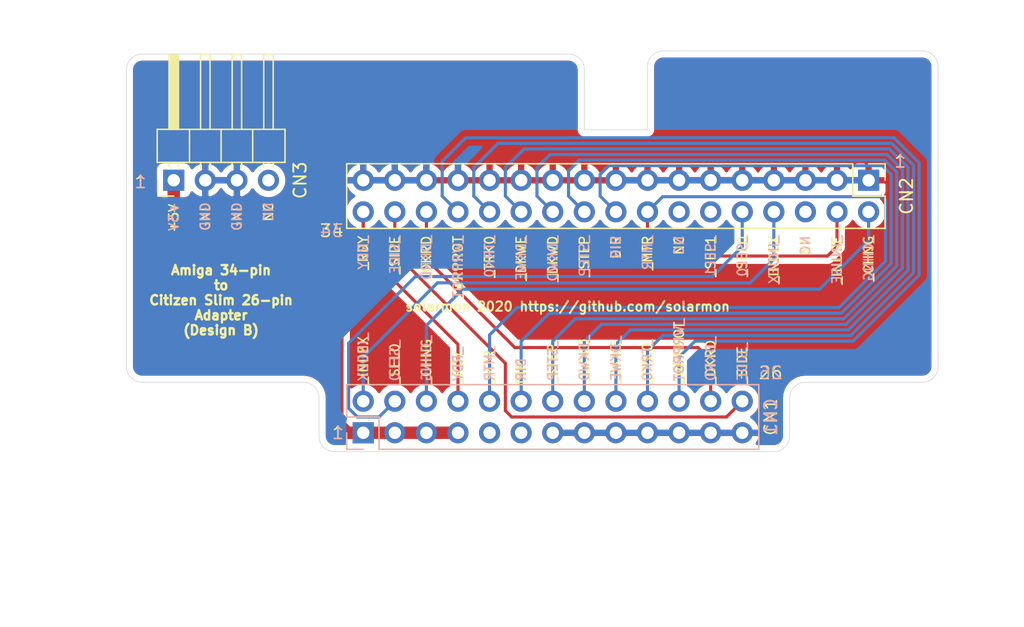
<source format=kicad_pcb>
(kicad_pcb (version 20171130) (host pcbnew "(5.1.2)-2")

  (general
    (thickness 1.6)
    (drawings 105)
    (tracks 139)
    (zones 0)
    (modules 3)
    (nets 22)
  )

  (page A4)
  (layers
    (0 F.Cu signal)
    (31 B.Cu signal)
    (32 B.Adhes user)
    (33 F.Adhes user)
    (34 B.Paste user)
    (35 F.Paste user)
    (36 B.SilkS user)
    (37 F.SilkS user)
    (38 B.Mask user)
    (39 F.Mask user)
    (40 Dwgs.User user hide)
    (41 Cmts.User user)
    (42 Eco1.User user)
    (43 Eco2.User user)
    (44 Edge.Cuts user)
    (45 Margin user)
    (46 B.CrtYd user hide)
    (47 F.CrtYd user)
    (48 B.Fab user hide)
    (49 F.Fab user hide)
  )

  (setup
    (last_trace_width 0.25)
    (trace_clearance 0.2)
    (zone_clearance 0.508)
    (zone_45_only no)
    (trace_min 0.2)
    (via_size 0.8)
    (via_drill 0.4)
    (via_min_size 0.4)
    (via_min_drill 0.3)
    (uvia_size 0.3)
    (uvia_drill 0.1)
    (uvias_allowed no)
    (uvia_min_size 0.2)
    (uvia_min_drill 0.1)
    (edge_width 0.05)
    (segment_width 0.2)
    (pcb_text_width 0.3)
    (pcb_text_size 1.5 1.5)
    (mod_edge_width 0.12)
    (mod_text_size 1 1)
    (mod_text_width 0.15)
    (pad_size 1 1)
    (pad_drill 0.5)
    (pad_to_mask_clearance 0.051)
    (solder_mask_min_width 0.25)
    (aux_axis_origin 0 0)
    (visible_elements 7FFFFFFF)
    (pcbplotparams
      (layerselection 0x010f0_ffffffff)
      (usegerberextensions false)
      (usegerberattributes false)
      (usegerberadvancedattributes false)
      (creategerberjobfile false)
      (excludeedgelayer true)
      (linewidth 0.100000)
      (plotframeref false)
      (viasonmask false)
      (mode 1)
      (useauxorigin false)
      (hpglpennumber 1)
      (hpglpenspeed 20)
      (hpglpendiameter 15.000000)
      (psnegative false)
      (psa4output false)
      (plotreference true)
      (plotvalue true)
      (plotinvisibletext false)
      (padsonsilk false)
      (subtractmaskfromsilk false)
      (outputformat 1)
      (mirror false)
      (drillshape 0)
      (scaleselection 1)
      (outputdirectory "Gerber/"))
  )

  (net 0 "")
  (net 1 /_SIDE)
  (net 2 GND)
  (net 3 /_DKRD)
  (net 4 /_WRPROT)
  (net 5 /_TRK0)
  (net 6 /_DKWE)
  (net 7 /_DKWD)
  (net 8 /_STEP)
  (net 9 /DIR)
  (net 10 "Net-(CN1-Pad11)")
  (net 11 /_INUSE)
  (net 12 "Net-(CN1-Pad9)")
  (net 13 /_RDY)
  (net 14 VCC)
  (net 15 /_CHNG)
  (net 16 /_SEL0)
  (net 17 /_INDEX)
  (net 18 "Net-(CN2-Pad14)")
  (net 19 /_SEL1)
  (net 20 "Net-(CN2-Pad6)")
  (net 21 "Net-(CN3-Pad4)")

  (net_class Default "This is the default net class."
    (clearance 0.2)
    (trace_width 0.25)
    (via_dia 0.8)
    (via_drill 0.4)
    (uvia_dia 0.3)
    (uvia_drill 0.1)
    (add_net /DIR)
    (add_net /_CHNG)
    (add_net /_DKRD)
    (add_net /_DKWD)
    (add_net /_DKWE)
    (add_net /_INDEX)
    (add_net /_INUSE)
    (add_net /_RDY)
    (add_net /_SEL0)
    (add_net /_SEL1)
    (add_net /_SIDE)
    (add_net /_STEP)
    (add_net /_TRK0)
    (add_net /_WRPROT)
    (add_net GND)
    (add_net "Net-(CN1-Pad11)")
    (add_net "Net-(CN1-Pad9)")
    (add_net "Net-(CN2-Pad14)")
    (add_net "Net-(CN2-Pad6)")
    (add_net "Net-(CN3-Pad4)")
  )

  (net_class GND ""
    (clearance 0.2)
    (trace_width 0.5)
    (via_dia 0.8)
    (via_drill 0.4)
    (uvia_dia 0.3)
    (uvia_drill 0.1)
  )

  (net_class VCC ""
    (clearance 0.2)
    (trace_width 1)
    (via_dia 0.8)
    (via_drill 0.4)
    (uvia_dia 0.3)
    (uvia_drill 0.1)
    (add_net VCC)
  )

  (module Connector_PinHeader_2.54mm:PinHeader_2x17_P2.54mm_Vertical (layer F.Cu) (tedit 59FED5CC) (tstamp 5FB928B7)
    (at 157.48 92.71 270)
    (descr "Through hole straight pin header, 2x17, 2.54mm pitch, double rows")
    (tags "Through hole pin header THT 2x17 2.54mm double row")
    (path /5FB9144A)
    (fp_text reference CN2 (at 1.27 -3.048 270) (layer F.SilkS)
      (effects (font (size 1 1) (thickness 0.15)))
    )
    (fp_text value Conn_02x17_Odd_Even (at -2.794 43.307 270) (layer F.Fab)
      (effects (font (size 1 1) (thickness 0.15)))
    )
    (fp_text user %R (at -2.7065 20.32 180) (layer F.Fab)
      (effects (font (size 1 1) (thickness 0.15)))
    )
    (fp_line (start 4.35 -1.8) (end -1.8 -1.8) (layer F.CrtYd) (width 0.05))
    (fp_line (start 4.35 42.45) (end 4.35 -1.8) (layer F.CrtYd) (width 0.05))
    (fp_line (start -1.8 42.45) (end 4.35 42.45) (layer F.CrtYd) (width 0.05))
    (fp_line (start -1.8 -1.8) (end -1.8 42.45) (layer F.CrtYd) (width 0.05))
    (fp_line (start -1.33 -1.33) (end 0 -1.33) (layer F.SilkS) (width 0.12))
    (fp_line (start -1.33 0) (end -1.33 -1.33) (layer F.SilkS) (width 0.12))
    (fp_line (start 1.27 -1.33) (end 3.87 -1.33) (layer F.SilkS) (width 0.12))
    (fp_line (start 1.27 1.27) (end 1.27 -1.33) (layer F.SilkS) (width 0.12))
    (fp_line (start -1.33 1.27) (end 1.27 1.27) (layer F.SilkS) (width 0.12))
    (fp_line (start 3.87 -1.33) (end 3.87 41.97) (layer F.SilkS) (width 0.12))
    (fp_line (start -1.33 1.27) (end -1.33 41.97) (layer F.SilkS) (width 0.12))
    (fp_line (start -1.33 41.97) (end 3.87 41.97) (layer F.SilkS) (width 0.12))
    (fp_line (start -1.27 0) (end 0 -1.27) (layer F.Fab) (width 0.1))
    (fp_line (start -1.27 41.91) (end -1.27 0) (layer F.Fab) (width 0.1))
    (fp_line (start 3.81 41.91) (end -1.27 41.91) (layer F.Fab) (width 0.1))
    (fp_line (start 3.81 -1.27) (end 3.81 41.91) (layer F.Fab) (width 0.1))
    (fp_line (start 0 -1.27) (end 3.81 -1.27) (layer F.Fab) (width 0.1))
    (pad 34 thru_hole oval (at 2.54 40.64 270) (size 1.7 1.7) (drill 1) (layers *.Cu *.Mask)
      (net 13 /_RDY))
    (pad 33 thru_hole oval (at 0 40.64 270) (size 1.7 1.7) (drill 1) (layers *.Cu *.Mask)
      (net 2 GND))
    (pad 32 thru_hole oval (at 2.54 38.1 270) (size 1.7 1.7) (drill 1) (layers *.Cu *.Mask)
      (net 1 /_SIDE))
    (pad 31 thru_hole oval (at 0 38.1 270) (size 1.7 1.7) (drill 1) (layers *.Cu *.Mask)
      (net 2 GND))
    (pad 30 thru_hole oval (at 2.54 35.56 270) (size 1.7 1.7) (drill 1) (layers *.Cu *.Mask)
      (net 3 /_DKRD))
    (pad 29 thru_hole oval (at 0 35.56 270) (size 1.7 1.7) (drill 1) (layers *.Cu *.Mask)
      (net 2 GND))
    (pad 28 thru_hole oval (at 2.54 33.02 270) (size 1.7 1.7) (drill 1) (layers *.Cu *.Mask)
      (net 4 /_WRPROT))
    (pad 27 thru_hole oval (at 0 33.02 270) (size 1.7 1.7) (drill 1) (layers *.Cu *.Mask)
      (net 2 GND))
    (pad 26 thru_hole oval (at 2.54 30.48 270) (size 1.7 1.7) (drill 1) (layers *.Cu *.Mask)
      (net 5 /_TRK0))
    (pad 25 thru_hole oval (at 0 30.48 270) (size 1.7 1.7) (drill 1) (layers *.Cu *.Mask)
      (net 2 GND))
    (pad 24 thru_hole oval (at 2.54 27.94 270) (size 1.7 1.7) (drill 1) (layers *.Cu *.Mask)
      (net 6 /_DKWE))
    (pad 23 thru_hole oval (at 0 27.94 270) (size 1.7 1.7) (drill 1) (layers *.Cu *.Mask)
      (net 2 GND))
    (pad 22 thru_hole oval (at 2.54 25.4 270) (size 1.7 1.7) (drill 1) (layers *.Cu *.Mask)
      (net 7 /_DKWD))
    (pad 21 thru_hole oval (at 0 25.4 270) (size 1.7 1.7) (drill 1) (layers *.Cu *.Mask)
      (net 2 GND))
    (pad 20 thru_hole oval (at 2.54 22.86 270) (size 1.7 1.7) (drill 1) (layers *.Cu *.Mask)
      (net 8 /_STEP))
    (pad 19 thru_hole oval (at 0 22.86 270) (size 1.7 1.7) (drill 1) (layers *.Cu *.Mask)
      (net 2 GND))
    (pad 18 thru_hole oval (at 2.54 20.32 270) (size 1.7 1.7) (drill 1) (layers *.Cu *.Mask)
      (net 9 /DIR))
    (pad 17 thru_hole oval (at 0 20.32 270) (size 1.7 1.7) (drill 1) (layers *.Cu *.Mask)
      (net 2 GND))
    (pad 16 thru_hole oval (at 2.54 17.78 270) (size 1.7 1.7) (drill 1) (layers *.Cu *.Mask)
      (net 11 /_INUSE))
    (pad 15 thru_hole oval (at 0 17.78 270) (size 1.7 1.7) (drill 1) (layers *.Cu *.Mask)
      (net 2 GND))
    (pad 14 thru_hole oval (at 2.54 15.24 270) (size 1.7 1.7) (drill 1) (layers *.Cu *.Mask)
      (net 18 "Net-(CN2-Pad14)"))
    (pad 13 thru_hole oval (at 0 15.24 270) (size 1.7 1.7) (drill 1) (layers *.Cu *.Mask)
      (net 2 GND))
    (pad 12 thru_hole oval (at 2.54 12.7 270) (size 1.7 1.7) (drill 1) (layers *.Cu *.Mask)
      (net 19 /_SEL1))
    (pad 11 thru_hole oval (at 0 12.7 270) (size 1.7 1.7) (drill 1) (layers *.Cu *.Mask)
      (net 2 GND))
    (pad 10 thru_hole oval (at 2.54 10.16 270) (size 1.7 1.7) (drill 1) (layers *.Cu *.Mask)
      (net 16 /_SEL0))
    (pad 9 thru_hole oval (at 0 10.16 270) (size 1.7 1.7) (drill 1) (layers *.Cu *.Mask)
      (net 2 GND))
    (pad 8 thru_hole oval (at 2.54 7.62 270) (size 1.7 1.7) (drill 1) (layers *.Cu *.Mask)
      (net 17 /_INDEX))
    (pad 7 thru_hole oval (at 0 7.62 270) (size 1.7 1.7) (drill 1) (layers *.Cu *.Mask)
      (net 2 GND))
    (pad 6 thru_hole oval (at 2.54 5.08 270) (size 1.7 1.7) (drill 1) (layers *.Cu *.Mask)
      (net 20 "Net-(CN2-Pad6)"))
    (pad 5 thru_hole oval (at 0 5.08 270) (size 1.7 1.7) (drill 1) (layers *.Cu *.Mask)
      (net 2 GND))
    (pad 4 thru_hole oval (at 2.54 2.54 270) (size 1.7 1.7) (drill 1) (layers *.Cu *.Mask)
      (net 11 /_INUSE))
    (pad 3 thru_hole oval (at 0 2.54 270) (size 1.7 1.7) (drill 1) (layers *.Cu *.Mask)
      (net 2 GND))
    (pad 2 thru_hole oval (at 2.54 0 270) (size 1.7 1.7) (drill 1) (layers *.Cu *.Mask)
      (net 15 /_CHNG))
    (pad 1 thru_hole rect (at 0 0 270) (size 1.7 1.7) (drill 1) (layers *.Cu *.Mask)
      (net 2 GND))
    (model ${KISYS3DMOD}/Connector_PinHeader_2.54mm.3dshapes/PinHeader_2x17_P2.54mm_Horizontal.wrl
      (offset (xyz 2.5 -40.65 0))
      (scale (xyz 1 1 1))
      (rotate (xyz 0 0 180))
    )
  )

  (module Connector_PinHeader_2.54mm:PinHeader_1x04_P2.54mm_Horizontal (layer F.Cu) (tedit 59FED5CB) (tstamp 5FB92601)
    (at 101.6 92.71 90)
    (descr "Through hole angled pin header, 1x04, 2.54mm pitch, 6mm pin length, single row")
    (tags "Through hole angled pin header THT 1x04 2.54mm single row")
    (path /5FB98887)
    (fp_text reference CN3 (at 0 10.16 90) (layer F.SilkS)
      (effects (font (size 1 1) (thickness 0.15)))
    )
    (fp_text value Conn_01x04 (at 4.385 9.89 90) (layer F.Fab)
      (effects (font (size 1 1) (thickness 0.15)))
    )
    (fp_text user %R (at 2.77 3.81) (layer F.Fab)
      (effects (font (size 1 1) (thickness 0.15)))
    )
    (fp_line (start 10.55 -1.8) (end -1.8 -1.8) (layer F.CrtYd) (width 0.05))
    (fp_line (start 10.55 9.4) (end 10.55 -1.8) (layer F.CrtYd) (width 0.05))
    (fp_line (start -1.8 9.4) (end 10.55 9.4) (layer F.CrtYd) (width 0.05))
    (fp_line (start -1.8 -1.8) (end -1.8 9.4) (layer F.CrtYd) (width 0.05))
    (fp_line (start -1.27 -1.27) (end 0 -1.27) (layer F.SilkS) (width 0.12))
    (fp_line (start -1.27 0) (end -1.27 -1.27) (layer F.SilkS) (width 0.12))
    (fp_line (start 1.042929 8) (end 1.44 8) (layer F.SilkS) (width 0.12))
    (fp_line (start 1.042929 7.24) (end 1.44 7.24) (layer F.SilkS) (width 0.12))
    (fp_line (start 10.1 8) (end 4.1 8) (layer F.SilkS) (width 0.12))
    (fp_line (start 10.1 7.24) (end 10.1 8) (layer F.SilkS) (width 0.12))
    (fp_line (start 4.1 7.24) (end 10.1 7.24) (layer F.SilkS) (width 0.12))
    (fp_line (start 1.44 6.35) (end 4.1 6.35) (layer F.SilkS) (width 0.12))
    (fp_line (start 1.042929 5.46) (end 1.44 5.46) (layer F.SilkS) (width 0.12))
    (fp_line (start 1.042929 4.7) (end 1.44 4.7) (layer F.SilkS) (width 0.12))
    (fp_line (start 10.1 5.46) (end 4.1 5.46) (layer F.SilkS) (width 0.12))
    (fp_line (start 10.1 4.7) (end 10.1 5.46) (layer F.SilkS) (width 0.12))
    (fp_line (start 4.1 4.7) (end 10.1 4.7) (layer F.SilkS) (width 0.12))
    (fp_line (start 1.44 3.81) (end 4.1 3.81) (layer F.SilkS) (width 0.12))
    (fp_line (start 1.042929 2.92) (end 1.44 2.92) (layer F.SilkS) (width 0.12))
    (fp_line (start 1.042929 2.16) (end 1.44 2.16) (layer F.SilkS) (width 0.12))
    (fp_line (start 10.1 2.92) (end 4.1 2.92) (layer F.SilkS) (width 0.12))
    (fp_line (start 10.1 2.16) (end 10.1 2.92) (layer F.SilkS) (width 0.12))
    (fp_line (start 4.1 2.16) (end 10.1 2.16) (layer F.SilkS) (width 0.12))
    (fp_line (start 1.44 1.27) (end 4.1 1.27) (layer F.SilkS) (width 0.12))
    (fp_line (start 1.11 0.38) (end 1.44 0.38) (layer F.SilkS) (width 0.12))
    (fp_line (start 1.11 -0.38) (end 1.44 -0.38) (layer F.SilkS) (width 0.12))
    (fp_line (start 4.1 0.28) (end 10.1 0.28) (layer F.SilkS) (width 0.12))
    (fp_line (start 4.1 0.16) (end 10.1 0.16) (layer F.SilkS) (width 0.12))
    (fp_line (start 4.1 0.04) (end 10.1 0.04) (layer F.SilkS) (width 0.12))
    (fp_line (start 4.1 -0.08) (end 10.1 -0.08) (layer F.SilkS) (width 0.12))
    (fp_line (start 4.1 -0.2) (end 10.1 -0.2) (layer F.SilkS) (width 0.12))
    (fp_line (start 4.1 -0.32) (end 10.1 -0.32) (layer F.SilkS) (width 0.12))
    (fp_line (start 10.1 0.38) (end 4.1 0.38) (layer F.SilkS) (width 0.12))
    (fp_line (start 10.1 -0.38) (end 10.1 0.38) (layer F.SilkS) (width 0.12))
    (fp_line (start 4.1 -0.38) (end 10.1 -0.38) (layer F.SilkS) (width 0.12))
    (fp_line (start 4.1 -1.33) (end 1.44 -1.33) (layer F.SilkS) (width 0.12))
    (fp_line (start 4.1 8.95) (end 4.1 -1.33) (layer F.SilkS) (width 0.12))
    (fp_line (start 1.44 8.95) (end 4.1 8.95) (layer F.SilkS) (width 0.12))
    (fp_line (start 1.44 -1.33) (end 1.44 8.95) (layer F.SilkS) (width 0.12))
    (fp_line (start 4.04 7.94) (end 10.04 7.94) (layer F.Fab) (width 0.1))
    (fp_line (start 10.04 7.3) (end 10.04 7.94) (layer F.Fab) (width 0.1))
    (fp_line (start 4.04 7.3) (end 10.04 7.3) (layer F.Fab) (width 0.1))
    (fp_line (start -0.32 7.94) (end 1.5 7.94) (layer F.Fab) (width 0.1))
    (fp_line (start -0.32 7.3) (end -0.32 7.94) (layer F.Fab) (width 0.1))
    (fp_line (start -0.32 7.3) (end 1.5 7.3) (layer F.Fab) (width 0.1))
    (fp_line (start 4.04 5.4) (end 10.04 5.4) (layer F.Fab) (width 0.1))
    (fp_line (start 10.04 4.76) (end 10.04 5.4) (layer F.Fab) (width 0.1))
    (fp_line (start 4.04 4.76) (end 10.04 4.76) (layer F.Fab) (width 0.1))
    (fp_line (start -0.32 5.4) (end 1.5 5.4) (layer F.Fab) (width 0.1))
    (fp_line (start -0.32 4.76) (end -0.32 5.4) (layer F.Fab) (width 0.1))
    (fp_line (start -0.32 4.76) (end 1.5 4.76) (layer F.Fab) (width 0.1))
    (fp_line (start 4.04 2.86) (end 10.04 2.86) (layer F.Fab) (width 0.1))
    (fp_line (start 10.04 2.22) (end 10.04 2.86) (layer F.Fab) (width 0.1))
    (fp_line (start 4.04 2.22) (end 10.04 2.22) (layer F.Fab) (width 0.1))
    (fp_line (start -0.32 2.86) (end 1.5 2.86) (layer F.Fab) (width 0.1))
    (fp_line (start -0.32 2.22) (end -0.32 2.86) (layer F.Fab) (width 0.1))
    (fp_line (start -0.32 2.22) (end 1.5 2.22) (layer F.Fab) (width 0.1))
    (fp_line (start 4.04 0.32) (end 10.04 0.32) (layer F.Fab) (width 0.1))
    (fp_line (start 10.04 -0.32) (end 10.04 0.32) (layer F.Fab) (width 0.1))
    (fp_line (start 4.04 -0.32) (end 10.04 -0.32) (layer F.Fab) (width 0.1))
    (fp_line (start -0.32 0.32) (end 1.5 0.32) (layer F.Fab) (width 0.1))
    (fp_line (start -0.32 -0.32) (end -0.32 0.32) (layer F.Fab) (width 0.1))
    (fp_line (start -0.32 -0.32) (end 1.5 -0.32) (layer F.Fab) (width 0.1))
    (fp_line (start 1.5 -0.635) (end 2.135 -1.27) (layer F.Fab) (width 0.1))
    (fp_line (start 1.5 8.89) (end 1.5 -0.635) (layer F.Fab) (width 0.1))
    (fp_line (start 4.04 8.89) (end 1.5 8.89) (layer F.Fab) (width 0.1))
    (fp_line (start 4.04 -1.27) (end 4.04 8.89) (layer F.Fab) (width 0.1))
    (fp_line (start 2.135 -1.27) (end 4.04 -1.27) (layer F.Fab) (width 0.1))
    (pad 4 thru_hole oval (at 0 7.62 90) (size 1.7 1.7) (drill 1) (layers *.Cu *.Mask)
      (net 21 "Net-(CN3-Pad4)"))
    (pad 3 thru_hole oval (at 0 5.08 90) (size 1.7 1.7) (drill 1) (layers *.Cu *.Mask)
      (net 2 GND))
    (pad 2 thru_hole oval (at 0 2.54 90) (size 1.7 1.7) (drill 1) (layers *.Cu *.Mask)
      (net 2 GND))
    (pad 1 thru_hole rect (at 0 0 90) (size 1.7 1.7) (drill 1) (layers *.Cu *.Mask)
      (net 14 VCC))
    (model ${KISYS3DMOD}/Connector_PinHeader_2.54mm.3dshapes/PinHeader_1x04_P2.54mm_Horizontal.wrl
      (at (xyz 0 0 0))
      (scale (xyz 1 1 1))
      (rotate (xyz 0 0 0))
    )
  )

  (module Connector_PinSocket_2.54mm:PinSocket_2x13_P2.54mm_Vertical (layer B.Cu) (tedit 5A19A430) (tstamp 5FB9287F)
    (at 116.84 113.03 270)
    (descr "Through hole straight socket strip, 2x13, 2.54mm pitch, double cols (from Kicad 4.0.7), script generated")
    (tags "Through hole socket strip THT 2x13 2.54mm double row")
    (path /5FB94893)
    (fp_text reference CN1 (at -1.27 -32.766 270) (layer B.SilkS)
      (effects (font (size 1 1) (thickness 0.15)) (justify mirror))
    )
    (fp_text value Conn_02x13_Odd_Even (at -1.27 -33.25 270) (layer B.Fab)
      (effects (font (size 1 1) (thickness 0.15)) (justify mirror))
    )
    (fp_text user %R (at -1.27 -15.24) (layer B.Fab)
      (effects (font (size 1 1) (thickness 0.15)) (justify mirror))
    )
    (fp_line (start -4.34 -32.25) (end -4.34 1.8) (layer B.CrtYd) (width 0.05))
    (fp_line (start 1.76 -32.25) (end -4.34 -32.25) (layer B.CrtYd) (width 0.05))
    (fp_line (start 1.76 1.8) (end 1.76 -32.25) (layer B.CrtYd) (width 0.05))
    (fp_line (start -4.34 1.8) (end 1.76 1.8) (layer B.CrtYd) (width 0.05))
    (fp_line (start 0 1.33) (end 1.33 1.33) (layer B.SilkS) (width 0.12))
    (fp_line (start 1.33 1.33) (end 1.33 0) (layer B.SilkS) (width 0.12))
    (fp_line (start -1.27 1.33) (end -1.27 -1.27) (layer B.SilkS) (width 0.12))
    (fp_line (start -1.27 -1.27) (end 1.33 -1.27) (layer B.SilkS) (width 0.12))
    (fp_line (start 1.33 -1.27) (end 1.33 -31.81) (layer B.SilkS) (width 0.12))
    (fp_line (start -3.87 -31.81) (end 1.33 -31.81) (layer B.SilkS) (width 0.12))
    (fp_line (start -3.87 1.33) (end -3.87 -31.81) (layer B.SilkS) (width 0.12))
    (fp_line (start -3.87 1.33) (end -1.27 1.33) (layer B.SilkS) (width 0.12))
    (fp_line (start -3.81 -31.75) (end -3.81 1.27) (layer B.Fab) (width 0.1))
    (fp_line (start 1.27 -31.75) (end -3.81 -31.75) (layer B.Fab) (width 0.1))
    (fp_line (start 1.27 0.27) (end 1.27 -31.75) (layer B.Fab) (width 0.1))
    (fp_line (start 0.27 1.27) (end 1.27 0.27) (layer B.Fab) (width 0.1))
    (fp_line (start -3.81 1.27) (end 0.27 1.27) (layer B.Fab) (width 0.1))
    (pad 26 thru_hole oval (at -2.54 -30.48 270) (size 1.7 1.7) (drill 1) (layers *.Cu *.Mask)
      (net 1 /_SIDE))
    (pad 25 thru_hole oval (at 0 -30.48 270) (size 1.7 1.7) (drill 1) (layers *.Cu *.Mask)
      (net 2 GND))
    (pad 24 thru_hole oval (at -2.54 -27.94 270) (size 1.7 1.7) (drill 1) (layers *.Cu *.Mask)
      (net 3 /_DKRD))
    (pad 23 thru_hole oval (at 0 -27.94 270) (size 1.7 1.7) (drill 1) (layers *.Cu *.Mask)
      (net 2 GND))
    (pad 22 thru_hole oval (at -2.54 -25.4 270) (size 1.7 1.7) (drill 1) (layers *.Cu *.Mask)
      (net 4 /_WRPROT))
    (pad 21 thru_hole oval (at 0 -25.4 270) (size 1.7 1.7) (drill 1) (layers *.Cu *.Mask)
      (net 2 GND))
    (pad 20 thru_hole oval (at -2.54 -22.86 270) (size 1.7 1.7) (drill 1) (layers *.Cu *.Mask)
      (net 5 /_TRK0))
    (pad 19 thru_hole oval (at 0 -22.86 270) (size 1.7 1.7) (drill 1) (layers *.Cu *.Mask)
      (net 2 GND))
    (pad 18 thru_hole oval (at -2.54 -20.32 270) (size 1.7 1.7) (drill 1) (layers *.Cu *.Mask)
      (net 6 /_DKWE))
    (pad 17 thru_hole oval (at 0 -20.32 270) (size 1.7 1.7) (drill 1) (layers *.Cu *.Mask)
      (net 2 GND))
    (pad 16 thru_hole oval (at -2.54 -17.78 270) (size 1.7 1.7) (drill 1) (layers *.Cu *.Mask)
      (net 7 /_DKWD))
    (pad 15 thru_hole oval (at 0 -17.78 270) (size 1.7 1.7) (drill 1) (layers *.Cu *.Mask)
      (net 2 GND))
    (pad 14 thru_hole oval (at -2.54 -15.24 270) (size 1.7 1.7) (drill 1) (layers *.Cu *.Mask)
      (net 8 /_STEP))
    (pad 13 thru_hole oval (at 0 -15.24 270) (size 1.7 1.7) (drill 1) (layers *.Cu *.Mask)
      (net 2 GND))
    (pad 12 thru_hole oval (at -2.54 -12.7 270) (size 1.7 1.7) (drill 1) (layers *.Cu *.Mask)
      (net 9 /DIR))
    (pad 11 thru_hole oval (at 0 -12.7 270) (size 1.7 1.7) (drill 1) (layers *.Cu *.Mask)
      (net 10 "Net-(CN1-Pad11)"))
    (pad 10 thru_hole oval (at -2.54 -10.16 270) (size 1.7 1.7) (drill 1) (layers *.Cu *.Mask)
      (net 11 /_INUSE))
    (pad 9 thru_hole oval (at 0 -10.16 270) (size 1.7 1.7) (drill 1) (layers *.Cu *.Mask)
      (net 12 "Net-(CN1-Pad9)"))
    (pad 8 thru_hole oval (at -2.54 -7.62 270) (size 1.7 1.7) (drill 1) (layers *.Cu *.Mask)
      (net 13 /_RDY))
    (pad 7 thru_hole oval (at 0 -7.62 270) (size 1.7 1.7) (drill 1) (layers *.Cu *.Mask)
      (net 14 VCC))
    (pad 6 thru_hole oval (at -2.54 -5.08 270) (size 1.7 1.7) (drill 1) (layers *.Cu *.Mask)
      (net 15 /_CHNG))
    (pad 5 thru_hole oval (at 0 -5.08 270) (size 1.7 1.7) (drill 1) (layers *.Cu *.Mask)
      (net 14 VCC))
    (pad 4 thru_hole oval (at -2.54 -2.54 270) (size 1.7 1.7) (drill 1) (layers *.Cu *.Mask)
      (net 16 /_SEL0))
    (pad 3 thru_hole oval (at 0 -2.54 270) (size 1.7 1.7) (drill 1) (layers *.Cu *.Mask)
      (net 14 VCC))
    (pad 2 thru_hole oval (at -2.54 0 270) (size 1.7 1.7) (drill 1) (layers *.Cu *.Mask)
      (net 17 /_INDEX))
    (pad 1 thru_hole rect (at 0 0 270) (size 1.7 1.7) (drill 1) (layers *.Cu *.Mask)
      (net 14 VCC))
    (model ${KISYS3DMOD}/Connector_PinSocket_2.54mm.3dshapes/PinSocket_2x13_P2.54mm_Vertical.wrl
      (at (xyz 0 0 0))
      (scale (xyz 1 1 1))
      (rotate (xyz 0 0 0))
    )
  )

  (gr_arc (start 149.86 113.284) (end 149.86 114.554) (angle -90) (layer Edge.Cuts) (width 0.05) (tstamp 5FD235A2))
  (gr_arc (start 152.4 110.236) (end 152.4 108.966) (angle -90) (layer Edge.Cuts) (width 0.05) (tstamp 5FD2359A))
  (gr_arc (start 112.014 110.236) (end 113.284 110.236) (angle -90) (layer Edge.Cuts) (width 0.05) (tstamp 5FD2358D))
  (gr_arc (start 114.554 113.284) (end 113.284 113.284) (angle -90) (layer Edge.Cuts) (width 0.05) (tstamp 5FD23584))
  (gr_text CN1 (at 149.606 111.76 90) (layer F.SilkS) (tstamp 5FD23245)
    (effects (font (size 1 1) (thickness 0.125)))
  )
  (gr_text "solarmon 2020 https://github.com/solarmon" (at 120.142 102.87) (layer F.SilkS) (tstamp 5FD23026)
    (effects (font (size 0.75 0.75) (thickness 0.15)) (justify left))
  )
  (gr_line (start 139.7 88.646) (end 139.7 83.566) (layer Edge.Cuts) (width 0.05) (tstamp 5FD1C5D1))
  (gr_line (start 134.62 88.646) (end 139.7 88.646) (layer Edge.Cuts) (width 0.05) (tstamp 5FD1C516))
  (gr_line (start 134.62 88.646) (end 134.62 83.82) (layer Edge.Cuts) (width 0.05) (tstamp 5FD1B857))
  (gr_line (start 140.97 82.296) (end 161.798 82.296) (layer Edge.Cuts) (width 0.05) (tstamp 5FD1B84F))
  (gr_arc (start 133.35 83.82) (end 134.62 83.82) (angle -90) (layer Edge.Cuts) (width 0.05) (tstamp 5FD1B4EA))
  (gr_arc (start 140.97 83.566) (end 140.97 82.296) (angle -90) (layer Edge.Cuts) (width 0.05) (tstamp 5FD1B4E4))
  (gr_line (start 151.13 113.284) (end 151.13 110.236) (layer Edge.Cuts) (width 0.05) (tstamp 5FD0FC14))
  (gr_arc (start 161.798 107.696) (end 161.798 108.966) (angle -90) (layer Edge.Cuts) (width 0.05) (tstamp 5FD0F3BC))
  (dimension 19.05 (width 0.15) (layer Dwgs.User)
    (gr_text "19.050 mm" (at 107.315 104.872) (layer Dwgs.User)
      (effects (font (size 1 1) (thickness 0.15)))
    )
    (feature1 (pts (xy 97.79 115.57) (xy 97.79 105.585579)))
    (feature2 (pts (xy 116.84 115.57) (xy 116.84 105.585579)))
    (crossbar (pts (xy 116.84 106.172) (xy 97.79 106.172)))
    (arrow1a (pts (xy 97.79 106.172) (xy 98.916504 105.585579)))
    (arrow1b (pts (xy 97.79 106.172) (xy 98.916504 106.758421)))
    (arrow2a (pts (xy 116.84 106.172) (xy 115.713496 105.585579)))
    (arrow2b (pts (xy 116.84 106.172) (xy 115.713496 106.758421)))
  )
  (dimension 19.05 (width 0.15) (layer Dwgs.User)
    (gr_text "19.050 mm" (at 156.845 104.872) (layer Dwgs.User)
      (effects (font (size 1 1) (thickness 0.15)))
    )
    (feature1 (pts (xy 166.37 115.57) (xy 166.37 105.585579)))
    (feature2 (pts (xy 147.32 115.57) (xy 147.32 105.585579)))
    (crossbar (pts (xy 147.32 106.172) (xy 166.37 106.172)))
    (arrow1a (pts (xy 166.37 106.172) (xy 165.243496 106.758421)))
    (arrow1b (pts (xy 166.37 106.172) (xy 165.243496 105.585579)))
    (arrow2a (pts (xy 147.32 106.172) (xy 148.446504 106.758421)))
    (arrow2b (pts (xy 147.32 106.172) (xy 148.446504 105.585579)))
  )
  (gr_line (start 152.4 108.966) (end 161.798 108.966) (layer Edge.Cuts) (width 0.05) (tstamp 5FCFEFB7))
  (gr_line (start 112.014 108.966) (end 99.06 108.966) (layer Edge.Cuts) (width 0.05) (tstamp 5FCFEA0D))
  (gr_line (start 113.284 113.284) (end 113.284 110.236) (layer Edge.Cuts) (width 0.05) (tstamp 5FCFE9BC))
  (gr_line (start 114.554 114.554) (end 149.86 114.554) (layer Edge.Cuts) (width 0.05))
  (gr_text 1 (at 114.808 113.03) (layer B.SilkS) (tstamp 5FB8F270)
    (effects (font (size 1 1) (thickness 0.125)) (justify mirror))
  )
  (gr_text 1 (at 114.808 113.03) (layer F.SilkS) (tstamp 5FB8F366)
    (effects (font (size 1 1) (thickness 0.125)))
  )
  (gr_text 1 (at 160.02 91.186) (layer B.SilkS) (tstamp 5FB8F3C0)
    (effects (font (size 1 1) (thickness 0.125)) (justify mirror))
  )
  (gr_text 1 (at 160.02 91.186) (layer F.SilkS) (tstamp 5FB8F117)
    (effects (font (size 1 1) (thickness 0.125)))
  )
  (gr_text "Amiga 34-pin\nto\nCitizen Slim 26-pin\nAdapter\n(Design B)" (at 105.41 102.362) (layer F.SilkS)
    (effects (font (size 0.75 0.75) (thickness 0.1875)))
  )
  (gr_text NC (at 142.24 97.944953 90) (layer B.SilkS) (tstamp 5FB8F414)
    (effects (font (size 0.75 0.75) (thickness 0.125)) (justify mirror))
  )
  (gr_text NC (at 152.4 97.944953 90) (layer B.SilkS) (tstamp 5FB8F41A)
    (effects (font (size 0.75 0.75) (thickness 0.125)) (justify mirror))
  )
  (gr_text _TRK0 (at 127 98.855668 90) (layer B.SilkS) (tstamp 5FB8F429)
    (effects (font (size 0.75 0.75) (thickness 0.125)) (justify mirror))
  )
  (gr_text _SIDE (at 119.38 98.712811 90) (layer B.SilkS) (tstamp 5FB8F447)
    (effects (font (size 0.75 0.75) (thickness 0.125)) (justify mirror))
  )
  (gr_text _DKRD (at 121.92 98.962811 90) (layer B.SilkS) (tstamp 5FB8F426)
    (effects (font (size 0.75 0.75) (thickness 0.125)) (justify mirror))
  )
  (gr_text _CHNG (at 157.48 98.998525 90) (layer B.SilkS) (tstamp 5FB8F43B)
    (effects (font (size 0.75 0.75) (thickness 0.125)) (justify mirror))
  )
  (gr_text _STEP (at 134.62 98.819953 90) (layer B.SilkS) (tstamp 5FB8F41D)
    (effects (font (size 0.75 0.75) (thickness 0.125)) (justify mirror))
  )
  (gr_text _RDY (at 116.84 98.534239 90) (layer B.SilkS) (tstamp 5FB8F43E)
    (effects (font (size 0.75 0.75) (thickness 0.125)) (justify mirror))
  )
  (gr_text _WRPROT (at 124.46 99.694953 90) (layer B.SilkS) (tstamp 5FB8F42F)
    (effects (font (size 0.75 0.75) (thickness 0.125)) (justify mirror))
  )
  (gr_text _DKWE (at 129.54 98.980668 90) (layer B.SilkS) (tstamp 5FB8F417)
    (effects (font (size 0.75 0.75) (thickness 0.125)) (justify mirror))
  )
  (gr_text _SEL0 (at 147.32 98.819953 90) (layer B.SilkS) (tstamp 5FB8F441)
    (effects (font (size 0.75 0.75) (thickness 0.125)) (justify mirror))
  )
  (gr_text _INUSE (at 154.94 99.123525 90) (layer B.SilkS) (tstamp 5FB8F435)
    (effects (font (size 0.75 0.75) (thickness 0.125)) (justify mirror))
  )
  (gr_text _MTR (at 139.7 98.552096 90) (layer B.SilkS) (tstamp 5FB8F42C)
    (effects (font (size 0.75 0.75) (thickness 0.125)) (justify mirror))
  )
  (gr_text DIR (at 137.16 98.105668 90) (layer B.SilkS) (tstamp 5FB8F438)
    (effects (font (size 0.75 0.75) (thickness 0.125)) (justify mirror))
  )
  (gr_text _INDEX (at 149.86 99.105668 90) (layer B.SilkS) (tstamp 5FB8F444)
    (effects (font (size 0.75 0.75) (thickness 0.125)) (justify mirror))
  )
  (gr_text _SEL1 (at 144.78 98.819953 90) (layer B.SilkS) (tstamp 5FB8F420)
    (effects (font (size 0.75 0.75) (thickness 0.125)) (justify mirror))
  )
  (gr_text _DKWD (at 132.08 99.016382 90) (layer B.SilkS) (tstamp 5FB8F411)
    (effects (font (size 0.75 0.75) (thickness 0.125)) (justify mirror))
  )
  (gr_text _MTR (at 127 107.495476 90) (layer B.SilkS) (tstamp 5FB8F246)
    (effects (font (size 0.75 0.75) (thickness 0.125)) (justify mirror))
  )
  (gr_text _RDY (at 124.46 107.513333 90) (layer B.SilkS) (tstamp 5FB8F252)
    (effects (font (size 0.75 0.75) (thickness 0.125)) (justify mirror))
  )
  (gr_text _CHNG (at 121.92 107.049048 90) (layer B.SilkS) (tstamp 5FB8F24F)
    (effects (font (size 0.75 0.75) (thickness 0.125)) (justify mirror))
  )
  (gr_text _SEL0 (at 119.38 107.227619 90) (layer B.SilkS) (tstamp 5FB8F255)
    (effects (font (size 0.75 0.75) (thickness 0.125)) (justify mirror))
  )
  (gr_text _INDEX (at 116.84 106.941905 90) (layer B.SilkS) (tstamp 5FB8F258)
    (effects (font (size 0.75 0.75) (thickness 0.125)) (justify mirror))
  )
  (gr_text _DKWD (at 134.62 107.031191 90) (layer B.SilkS) (tstamp 5FB8F23D)
    (effects (font (size 0.75 0.75) (thickness 0.125)) (justify mirror))
  )
  (gr_text DIR (at 129.54 107.941905 90) (layer B.SilkS) (tstamp 5FB8F249)
    (effects (font (size 0.75 0.75) (thickness 0.125)) (justify mirror))
  )
  (gr_text _STEP (at 132.08 107.227619 90) (layer B.SilkS) (tstamp 5FB8F240)
    (effects (font (size 0.75 0.75) (thickness 0.125)) (justify mirror))
  )
  (gr_text _DKRD (at 144.78 107.084762 90) (layer B.SilkS) (tstamp 5FB8F243)
    (effects (font (size 0.75 0.75) (thickness 0.125)) (justify mirror))
  )
  (gr_text _WRPROT (at 142.24 106.352619 90) (layer B.SilkS) (tstamp 5FB8F23A)
    (effects (font (size 0.75 0.75) (thickness 0.125)) (justify mirror))
  )
  (gr_text _DKWE (at 137.16 107.066905 90) (layer B.SilkS) (tstamp 5FB8F237)
    (effects (font (size 0.75 0.75) (thickness 0.125)) (justify mirror))
  )
  (gr_text _TRK0 (at 139.7 107.191905 90) (layer B.SilkS) (tstamp 5FB8F234)
    (effects (font (size 0.75 0.75) (thickness 0.125)) (justify mirror))
  )
  (gr_text _SIDE (at 147.32 107.334762 90) (layer B.SilkS) (tstamp 5FB8F24C)
    (effects (font (size 0.75 0.75) (thickness 0.125)) (justify mirror))
  )
  (gr_arc (start 99.06 107.696) (end 97.79 107.696) (angle -90) (layer Edge.Cuts) (width 0.05) (tstamp 5FB8F37E))
  (gr_arc (start 161.798 83.566) (end 163.068 83.566) (angle -90) (layer Edge.Cuts) (width 0.05) (tstamp 5FB8F36C))
  (gr_arc (start 99.06 83.82) (end 99.06 82.55) (angle -90) (layer Edge.Cuts) (width 0.05) (tstamp 5FB8F37B))
  (gr_line (start 97.79 107.696) (end 97.79 83.82) (layer Edge.Cuts) (width 0.05) (tstamp 5FB8F36F))
  (gr_line (start 163.068 83.566) (end 163.068 107.696) (layer Edge.Cuts) (width 0.05) (tstamp 5FB8F375))
  (gr_line (start 99.06 82.55) (end 133.35 82.55) (layer Edge.Cuts) (width 0.05) (tstamp 5FB8F378))
  (gr_text 26 (at 149.606 108.204) (layer B.SilkS) (tstamp 5FB8F26A)
    (effects (font (size 1 1) (thickness 0.125)) (justify mirror))
  )
  (gr_text 34 (at 114.3 96.774) (layer B.SilkS) (tstamp 5FB8F26D)
    (effects (font (size 1 1) (thickness 0.125)) (justify mirror))
  )
  (gr_text 1 (at 98.933 92.837) (layer B.SilkS) (tstamp 5FB8F3C3)
    (effects (font (size 1 1) (thickness 0.125)) (justify mirror))
  )
  (gr_text NC (at 109.22 95.256 90) (layer B.SilkS) (tstamp 5FB8F423)
    (effects (font (size 0.75 0.75) (thickness 0.125)) (justify mirror))
  )
  (gr_text GND (at 104.14 95.631 90) (layer B.SilkS) (tstamp 5FB8F44A)
    (effects (font (size 0.75 0.75) (thickness 0.125)) (justify mirror))
  )
  (gr_text GND (at 106.68 95.631 90) (layer B.SilkS) (tstamp 5FB8F432)
    (effects (font (size 0.75 0.75) (thickness 0.125)) (justify mirror))
  )
  (gr_text +5V (at 101.6 95.631 90) (layer B.SilkS) (tstamp 5FB8F267)
    (effects (font (size 0.75 0.75) (thickness 0.125)) (justify mirror))
  )
  (gr_text _MTR (at 127 107.749476 90) (layer F.SilkS) (tstamp 5FB8F0BA)
    (effects (font (size 0.75 0.75) (thickness 0.125)))
  )
  (gr_text _RDY (at 124.46 107.767333 90) (layer F.SilkS) (tstamp 5FB8F0BD)
    (effects (font (size 0.75 0.75) (thickness 0.125)))
  )
  (gr_text _CHNG (at 121.92 107.303048 90) (layer F.SilkS) (tstamp 5FB8F0C0)
    (effects (font (size 0.75 0.75) (thickness 0.125)))
  )
  (gr_text _SEL0 (at 119.38 107.481619 90) (layer F.SilkS) (tstamp 5FB8F0CC)
    (effects (font (size 0.75 0.75) (thickness 0.125)))
  )
  (gr_text _INDEX (at 116.84 107.195905 90) (layer F.SilkS) (tstamp 5FB8F0D2)
    (effects (font (size 0.75 0.75) (thickness 0.125)))
  )
  (gr_text NC (at 152.4 97.944953 90) (layer F.SilkS) (tstamp 5FB8F0CF)
    (effects (font (size 0.75 0.75) (thickness 0.125)))
  )
  (gr_text NC (at 142.24 97.944953 90) (layer F.SilkS) (tstamp 5FB8F0C6)
    (effects (font (size 0.75 0.75) (thickness 0.125)))
  )
  (gr_text NC (at 109.22 95.256 90) (layer F.SilkS) (tstamp 5FB8F276)
    (effects (font (size 0.75 0.75) (thickness 0.125)))
  )
  (gr_text GND (at 104.14 95.631 90) (layer F.SilkS) (tstamp 5FB8F27C)
    (effects (font (size 0.75 0.75) (thickness 0.125)))
  )
  (gr_text GND (at 106.68 95.631 90) (layer F.SilkS) (tstamp 5FB8F282)
    (effects (font (size 0.75 0.75) (thickness 0.125)))
  )
  (gr_text +5V (at 101.6 95.758 90) (layer F.SilkS) (tstamp 5FB8F27F)
    (effects (font (size 0.75 0.75) (thickness 0.125)))
  )
  (gr_text 1 (at 98.933 92.837) (layer F.SilkS) (tstamp 5FB8F273)
    (effects (font (size 1 1) (thickness 0.125)))
  )
  (gr_text 26 (at 149.606 108.204) (layer F.SilkS) (tstamp 5FB8F363)
    (effects (font (size 1 1) (thickness 0.125)))
  )
  (gr_text 34 (at 114.3 96.774) (layer F.SilkS) (tstamp 5FB8F369)
    (effects (font (size 1 1) (thickness 0.125)))
  )
  (gr_text _INUSE (at 154.94 99.123525 90) (layer F.SilkS) (tstamp 5FB8F3BD)
    (effects (font (size 0.75 0.75) (thickness 0.125)))
  )
  (gr_text _SEL0 (at 147.32 98.819953 90) (layer F.SilkS) (tstamp 5FB8F3BA)
    (effects (font (size 0.75 0.75) (thickness 0.125)))
  )
  (gr_text _INDEX (at 149.86 99.105668 90) (layer F.SilkS) (tstamp 5FB8F3F0)
    (effects (font (size 0.75 0.75) (thickness 0.125)))
  )
  (gr_text _SEL1 (at 144.78 98.819953 90) (layer F.SilkS) (tstamp 5FB8F3F3)
    (effects (font (size 0.75 0.75) (thickness 0.125)))
  )
  (gr_text _DKWD (at 132.08 99.016382 90) (layer F.SilkS) (tstamp 5FB8F3F6)
    (effects (font (size 0.75 0.75) (thickness 0.125)))
  )
  (gr_text DIR (at 137.16 98.105668 90) (layer F.SilkS) (tstamp 5FB8F3E4)
    (effects (font (size 0.75 0.75) (thickness 0.125)))
  )
  (gr_text _MTR (at 139.7 98.552096 90) (layer F.SilkS) (tstamp 5FB8F3E1)
    (effects (font (size 0.75 0.75) (thickness 0.125)))
  )
  (gr_text _CHNG (at 157.48 98.998525 90) (layer F.SilkS) (tstamp 5FB8F3A5)
    (effects (font (size 0.75 0.75) (thickness 0.125)))
  )
  (gr_text _STEP (at 134.62 98.819953 90) (layer F.SilkS) (tstamp 5FB8F3A8)
    (effects (font (size 0.75 0.75) (thickness 0.125)))
  )
  (gr_text _RDY (at 116.84 98.534239 90) (layer F.SilkS) (tstamp 5FB8F3AB)
    (effects (font (size 0.75 0.75) (thickness 0.125)))
  )
  (gr_text _DKRD (at 121.92 98.962811 90) (layer F.SilkS) (tstamp 5FB8F39F)
    (effects (font (size 0.75 0.75) (thickness 0.125)))
  )
  (gr_text _WRPROT (at 124.46 99.694953 90) (layer F.SilkS) (tstamp 5FB8F3AE)
    (effects (font (size 0.75 0.75) (thickness 0.125)))
  )
  (gr_text _DKWE (at 129.54 98.980668 90) (layer F.SilkS) (tstamp 5FB8F3B1)
    (effects (font (size 0.75 0.75) (thickness 0.125)))
  )
  (gr_text _TRK0 (at 127 98.855668 90) (layer F.SilkS) (tstamp 5FB8F393)
    (effects (font (size 0.75 0.75) (thickness 0.125)))
  )
  (gr_text _SIDE (at 119.38 98.712811 90) (layer F.SilkS) (tstamp 5FB8F396)
    (effects (font (size 0.75 0.75) (thickness 0.125)))
  )
  (gr_text _DKWE (at 137.16 107.320905 90) (layer F.SilkS) (tstamp 5FB8F399)
    (effects (font (size 0.75 0.75) (thickness 0.125)))
  )
  (gr_text _TRK0 (at 139.7 107.445905 90) (layer F.SilkS) (tstamp 5FB8F39C)
    (effects (font (size 0.75 0.75) (thickness 0.125)))
  )
  (gr_text _SIDE (at 147.32 107.588762 90) (layer F.SilkS) (tstamp 5FB8F3A2)
    (effects (font (size 0.75 0.75) (thickness 0.125)))
  )
  (gr_text _DKRD (at 144.78 107.338762 90) (layer F.SilkS) (tstamp 5FB8F38D)
    (effects (font (size 0.75 0.75) (thickness 0.125)))
  )
  (gr_text _WRPROT (at 142.24 106.606619 90) (layer F.SilkS) (tstamp 5FB8F390)
    (effects (font (size 0.75 0.75) (thickness 0.125)))
  )
  (gr_text _DKWD (at 134.62 107.285191 90) (layer F.SilkS) (tstamp 5FB8F384)
    (effects (font (size 0.75 0.75) (thickness 0.125)))
  )
  (gr_text _STEP (at 132.08 107.481619 90) (layer F.SilkS) (tstamp 5FB8F38A)
    (effects (font (size 0.75 0.75) (thickness 0.125)))
  )
  (gr_text DIR (at 129.54 108.195905 90) (layer F.SilkS) (tstamp 5FB8F387)
    (effects (font (size 0.75 0.75) (thickness 0.125)))
  )

  (segment (start 119.38 98.552) (end 119.38 95.25) (width 0.25) (layer F.Cu) (net 1))
  (segment (start 128.27 107.442) (end 119.38 98.552) (width 0.25) (layer F.Cu) (net 1))
  (segment (start 128.27 111.252) (end 128.27 107.442) (width 0.25) (layer F.Cu) (net 1))
  (segment (start 128.778 111.76) (end 128.27 111.252) (width 0.25) (layer F.Cu) (net 1))
  (segment (start 147.32 110.49) (end 146.05 111.76) (width 0.25) (layer F.Cu) (net 1))
  (segment (start 146.05 111.76) (end 128.778 111.76) (width 0.25) (layer F.Cu) (net 1))
  (segment (start 121.92 99.06) (end 121.92 95.25) (width 0.25) (layer F.Cu) (net 3))
  (segment (start 129.032 106.172) (end 121.92 99.06) (width 0.25) (layer F.Cu) (net 3))
  (segment (start 143.764 106.172) (end 129.032 106.172) (width 0.25) (layer F.Cu) (net 3))
  (segment (start 144.78 110.49) (end 144.78 107.188) (width 0.25) (layer F.Cu) (net 3))
  (segment (start 144.78 107.188) (end 143.764 106.172) (width 0.25) (layer F.Cu) (net 3))
  (segment (start 123.610001 94.400001) (end 124.46 95.25) (width 0.25) (layer B.Cu) (net 4))
  (segment (start 123.19 93.98) (end 123.610001 94.400001) (width 0.25) (layer B.Cu) (net 4))
  (segment (start 123.19 91.186) (end 123.19 93.98) (width 0.25) (layer B.Cu) (net 4))
  (segment (start 125.083978 89.292022) (end 123.19 91.186) (width 0.25) (layer B.Cu) (net 4))
  (segment (start 133.206334 89.292022) (end 125.083978 89.292022) (width 0.25) (layer B.Cu) (net 4))
  (segment (start 133.213412 89.284944) (end 133.206334 89.292022) (width 0.25) (layer B.Cu) (net 4))
  (segment (start 142.24 110.49) (end 142.24 106.934) (width 0.25) (layer B.Cu) (net 4))
  (segment (start 142.24 106.934) (end 143.521022 105.652978) (width 0.25) (layer B.Cu) (net 4))
  (segment (start 143.521022 105.652978) (end 156.229488 105.652978) (width 0.25) (layer B.Cu) (net 4))
  (segment (start 156.229488 105.652978) (end 161.544 100.338466) (width 0.25) (layer B.Cu) (net 4))
  (segment (start 161.544 100.338466) (end 161.544 91.306943) (width 0.25) (layer B.Cu) (net 4))
  (segment (start 161.544 91.306943) (end 159.522001 89.284944) (width 0.25) (layer B.Cu) (net 4))
  (segment (start 159.522001 89.284944) (end 133.213412 89.284944) (width 0.25) (layer B.Cu) (net 4))
  (segment (start 127.681967 89.742033) (end 125.73 91.694) (width 0.25) (layer B.Cu) (net 5))
  (segment (start 133.392734 89.742033) (end 127.681967 89.742033) (width 0.25) (layer B.Cu) (net 5))
  (segment (start 161.093989 100.152066) (end 161.093989 91.493343) (width 0.25) (layer B.Cu) (net 5))
  (segment (start 161.093989 91.493343) (end 159.335601 89.734955) (width 0.25) (layer B.Cu) (net 5))
  (segment (start 125.73 93.98) (end 126.150001 94.400001) (width 0.25) (layer B.Cu) (net 5))
  (segment (start 125.73 91.694) (end 125.73 93.98) (width 0.25) (layer B.Cu) (net 5))
  (segment (start 133.399812 89.734955) (end 133.392734 89.742033) (width 0.25) (layer B.Cu) (net 5))
  (segment (start 156.043088 105.202967) (end 161.093989 100.152066) (width 0.25) (layer B.Cu) (net 5))
  (segment (start 139.7 106.426) (end 140.923033 105.202967) (width 0.25) (layer B.Cu) (net 5))
  (segment (start 139.7 110.49) (end 139.7 106.426) (width 0.25) (layer B.Cu) (net 5))
  (segment (start 126.150001 94.400001) (end 127 95.25) (width 0.25) (layer B.Cu) (net 5))
  (segment (start 159.335601 89.734955) (end 133.399812 89.734955) (width 0.25) (layer B.Cu) (net 5))
  (segment (start 140.923033 105.202967) (end 156.043088 105.202967) (width 0.25) (layer B.Cu) (net 5))
  (segment (start 137.16 105.918) (end 138.325044 104.752956) (width 0.25) (layer B.Cu) (net 6))
  (segment (start 128.690001 94.400001) (end 129.54 95.25) (width 0.25) (layer B.Cu) (net 6))
  (segment (start 128.27 93.98) (end 128.690001 94.400001) (width 0.25) (layer B.Cu) (net 6))
  (segment (start 129.771956 90.192044) (end 128.27 91.694) (width 0.25) (layer B.Cu) (net 6))
  (segment (start 133.579134 90.192044) (end 129.771956 90.192044) (width 0.25) (layer B.Cu) (net 6))
  (segment (start 133.586212 90.184966) (end 133.579134 90.192044) (width 0.25) (layer B.Cu) (net 6))
  (segment (start 159.149201 90.184966) (end 133.586212 90.184966) (width 0.25) (layer B.Cu) (net 6))
  (segment (start 155.856688 104.752956) (end 160.643978 99.965666) (width 0.25) (layer B.Cu) (net 6))
  (segment (start 138.325044 104.752956) (end 155.856688 104.752956) (width 0.25) (layer B.Cu) (net 6))
  (segment (start 137.16 110.49) (end 137.16 105.918) (width 0.25) (layer B.Cu) (net 6))
  (segment (start 128.27 91.694) (end 128.27 93.98) (width 0.25) (layer B.Cu) (net 6))
  (segment (start 160.643978 99.965666) (end 160.643978 91.679743) (width 0.25) (layer B.Cu) (net 6))
  (segment (start 160.643978 91.679743) (end 159.149201 90.184966) (width 0.25) (layer B.Cu) (net 6))
  (segment (start 155.670288 104.302945) (end 160.193967 99.779266) (width 0.25) (layer B.Cu) (net 7))
  (segment (start 160.193967 99.779266) (end 160.193967 91.866143) (width 0.25) (layer B.Cu) (net 7))
  (segment (start 160.193967 91.866143) (end 158.962801 90.634977) (width 0.25) (layer B.Cu) (net 7))
  (segment (start 131.861945 90.642055) (end 130.81 91.694) (width 0.25) (layer B.Cu) (net 7))
  (segment (start 133.772612 90.634977) (end 133.765534 90.642055) (width 0.25) (layer B.Cu) (net 7))
  (segment (start 130.81 93.98) (end 131.230001 94.400001) (width 0.25) (layer B.Cu) (net 7))
  (segment (start 131.230001 94.400001) (end 132.08 95.25) (width 0.25) (layer B.Cu) (net 7))
  (segment (start 133.765534 90.642055) (end 131.861945 90.642055) (width 0.25) (layer B.Cu) (net 7))
  (segment (start 135.981055 104.302945) (end 155.670288 104.302945) (width 0.25) (layer B.Cu) (net 7))
  (segment (start 134.62 105.664) (end 135.981055 104.302945) (width 0.25) (layer B.Cu) (net 7))
  (segment (start 134.62 110.49) (end 134.62 105.664) (width 0.25) (layer B.Cu) (net 7))
  (segment (start 158.962801 90.634977) (end 133.772612 90.634977) (width 0.25) (layer B.Cu) (net 7))
  (segment (start 130.81 91.694) (end 130.81 93.98) (width 0.25) (layer B.Cu) (net 7))
  (segment (start 132.08 110.49) (end 132.08 105.664) (width 0.25) (layer B.Cu) (net 8))
  (segment (start 132.08 105.664) (end 133.891066 103.852934) (width 0.25) (layer B.Cu) (net 8))
  (segment (start 133.891066 103.852934) (end 155.483888 103.852934) (width 0.25) (layer B.Cu) (net 8))
  (segment (start 159.743956 92.052543) (end 158.776401 91.084988) (width 0.25) (layer B.Cu) (net 8))
  (segment (start 158.776401 91.084988) (end 134.213012 91.084988) (width 0.25) (layer B.Cu) (net 8))
  (segment (start 133.35 91.948) (end 133.35 93.98) (width 0.25) (layer B.Cu) (net 8))
  (segment (start 133.770001 94.400001) (end 134.62 95.25) (width 0.25) (layer B.Cu) (net 8))
  (segment (start 159.743956 99.592866) (end 159.743956 92.052543) (width 0.25) (layer B.Cu) (net 8))
  (segment (start 134.213012 91.084988) (end 133.35 91.948) (width 0.25) (layer B.Cu) (net 8))
  (segment (start 155.483888 103.852934) (end 159.743956 99.592866) (width 0.25) (layer B.Cu) (net 8))
  (segment (start 133.35 93.98) (end 133.770001 94.400001) (width 0.25) (layer B.Cu) (net 8))
  (segment (start 129.54 110.49) (end 129.54 105.664) (width 0.25) (layer B.Cu) (net 9))
  (segment (start 159.293945 99.406466) (end 159.293945 92.238943) (width 0.25) (layer B.Cu) (net 9))
  (segment (start 131.801077 103.402923) (end 155.297488 103.402923) (width 0.25) (layer B.Cu) (net 9))
  (segment (start 136.310001 94.400001) (end 137.16 95.25) (width 0.25) (layer B.Cu) (net 9))
  (segment (start 155.297488 103.402923) (end 159.293945 99.406466) (width 0.25) (layer B.Cu) (net 9))
  (segment (start 135.89 93.98) (end 136.310001 94.400001) (width 0.25) (layer B.Cu) (net 9))
  (segment (start 135.89 92.240998) (end 135.89 93.98) (width 0.25) (layer B.Cu) (net 9))
  (segment (start 136.595999 91.534999) (end 135.89 92.240998) (width 0.25) (layer B.Cu) (net 9))
  (segment (start 159.293945 92.238943) (end 158.590001 91.534999) (width 0.25) (layer B.Cu) (net 9))
  (segment (start 129.54 105.664) (end 131.801077 103.402923) (width 0.25) (layer B.Cu) (net 9))
  (segment (start 158.590001 91.534999) (end 136.595999 91.534999) (width 0.25) (layer B.Cu) (net 9))
  (segment (start 154.94 98.044) (end 154.94 95.25) (width 0.25) (layer F.Cu) (net 11))
  (segment (start 154.178 98.806) (end 154.94 98.044) (width 0.25) (layer F.Cu) (net 11))
  (segment (start 140.462 98.806) (end 154.178 98.806) (width 0.25) (layer F.Cu) (net 11))
  (segment (start 139.7 95.25) (end 139.7 98.044) (width 0.25) (layer F.Cu) (net 11))
  (segment (start 139.7 98.044) (end 140.462 98.806) (width 0.25) (layer F.Cu) (net 11))
  (segment (start 155.111088 102.952912) (end 158.843934 99.220066) (width 0.25) (layer B.Cu) (net 11))
  (segment (start 158.843934 99.220066) (end 158.843934 94.327934) (width 0.25) (layer B.Cu) (net 11))
  (segment (start 158.843934 94.327934) (end 158.5468 94.0308) (width 0.25) (layer B.Cu) (net 11))
  (segment (start 158.5468 94.0308) (end 140.9192 94.0308) (width 0.25) (layer B.Cu) (net 11))
  (segment (start 140.549999 94.400001) (end 139.7 95.25) (width 0.25) (layer B.Cu) (net 11))
  (segment (start 140.9192 94.0308) (end 140.549999 94.400001) (width 0.25) (layer B.Cu) (net 11))
  (segment (start 127 110.49) (end 127 105.156) (width 0.25) (layer B.Cu) (net 11))
  (segment (start 127 105.156) (end 129.203088 102.952912) (width 0.25) (layer B.Cu) (net 11))
  (segment (start 129.203088 102.952912) (end 155.111088 102.952912) (width 0.25) (layer B.Cu) (net 11))
  (segment (start 116.84 96.452081) (end 116.84 95.25) (width 0.25) (layer F.Cu) (net 13))
  (segment (start 124.46 106.934) (end 124.46 110.49) (width 0.25) (layer F.Cu) (net 13))
  (segment (start 124.46 107.2388) (end 124.46 106.934) (width 0.25) (layer F.Cu) (net 13))
  (segment (start 116.84 98.298) (end 116.84 95.25) (width 0.25) (layer F.Cu) (net 13))
  (segment (start 124.46 106.934) (end 124.46 105.918) (width 0.25) (layer F.Cu) (net 13))
  (segment (start 124.46 105.918) (end 116.84 98.298) (width 0.25) (layer F.Cu) (net 13))
  (segment (start 124.46 113.03) (end 124.3584 112.9284) (width 0.25) (layer F.Cu) (net 14))
  (segment (start 121.92 113.03) (end 121.92 112.9792) (width 0.25) (layer F.Cu) (net 14))
  (segment (start 119.38 113.03) (end 119.38 112.9284) (width 0.25) (layer F.Cu) (net 14))
  (segment (start 115.57 113.03) (end 116.84 113.03) (width 1) (layer F.Cu) (net 14))
  (segment (start 101.6 99.06) (end 104.14 101.6) (width 1) (layer F.Cu) (net 14))
  (segment (start 101.6 92.71) (end 101.6 99.06) (width 1) (layer F.Cu) (net 14))
  (segment (start 104.14 101.6) (end 111.76 101.6) (width 1) (layer F.Cu) (net 14))
  (segment (start 114.7572 104.5972) (end 114.7572 112.2172) (width 1) (layer F.Cu) (net 14))
  (segment (start 111.76 101.6) (end 114.7572 104.5972) (width 1) (layer F.Cu) (net 14))
  (segment (start 114.7572 112.2172) (end 115.57 113.03) (width 1) (layer F.Cu) (net 14))
  (segment (start 116.84 113.03) (end 119.38 113.03) (width 1) (layer F.Cu) (net 14))
  (segment (start 119.38 113.03) (end 121.92 113.03) (width 1) (layer F.Cu) (net 14))
  (segment (start 121.92 113.03) (end 124.46 113.03) (width 1) (layer F.Cu) (net 14))
  (segment (start 157.48 97.79) (end 157.48 96.452081) (width 0.25) (layer B.Cu) (net 15))
  (segment (start 157.48 96.452081) (end 157.48 95.25) (width 0.25) (layer B.Cu) (net 15))
  (segment (start 157.48 97.536) (end 157.48 96.452081) (width 0.25) (layer B.Cu) (net 15))
  (segment (start 153.543 101.473) (end 157.48 97.536) (width 0.25) (layer B.Cu) (net 15))
  (segment (start 124.841 101.473) (end 153.543 101.473) (width 0.25) (layer B.Cu) (net 15))
  (segment (start 121.92 104.394) (end 124.841 101.473) (width 0.25) (layer B.Cu) (net 15))
  (segment (start 121.92 110.49) (end 121.92 104.394) (width 0.25) (layer B.Cu) (net 15))
  (segment (start 118.11 111.76) (end 119.285001 110.584999) (width 0.25) (layer B.Cu) (net 16))
  (segment (start 116.370998 111.76) (end 118.11 111.76) (width 0.25) (layer B.Cu) (net 16))
  (segment (start 147.32 95.25) (end 147.32 98.044) (width 0.25) (layer B.Cu) (net 16))
  (segment (start 144.907 100.457) (end 121.031 100.457) (width 0.25) (layer B.Cu) (net 16))
  (segment (start 147.32 98.044) (end 144.907 100.457) (width 0.25) (layer B.Cu) (net 16))
  (segment (start 121.031 100.457) (end 115.664999 105.823001) (width 0.25) (layer B.Cu) (net 16))
  (segment (start 115.664999 105.823001) (end 115.664999 111.054001) (width 0.25) (layer B.Cu) (net 16))
  (segment (start 115.664999 111.054001) (end 116.370998 111.76) (width 0.25) (layer B.Cu) (net 16))
  (segment (start 149.86 96.452081) (end 149.86 95.25) (width 0.25) (layer B.Cu) (net 17))
  (segment (start 149.86 99.06) (end 149.86 96.452081) (width 0.25) (layer B.Cu) (net 17))
  (segment (start 147.955 100.965) (end 149.86 99.06) (width 0.25) (layer B.Cu) (net 17))
  (segment (start 122.809 100.965) (end 147.955 100.965) (width 0.25) (layer B.Cu) (net 17))
  (segment (start 116.84 110.49) (end 116.84 106.934) (width 0.25) (layer B.Cu) (net 17))
  (segment (start 116.84 106.934) (end 122.809 100.965) (width 0.25) (layer B.Cu) (net 17))

  (zone (net 2) (net_name GND) (layer B.Cu) (tstamp 5FD485D1) (hatch edge 0.508)
    (connect_pads (clearance 0.508))
    (min_thickness 0.254)
    (fill yes (arc_segments 32) (thermal_gap 0.508) (thermal_bridge_width 0.508))
    (polygon
      (pts
        (xy 89.320688 80.152875) (xy 89.662 125.476) (xy 167.846375 126.26975) (xy 167.219313 79.867125)
      )
    )
    (filled_polygon
      (pts
        (xy 133.467869 83.224722) (xy 133.581246 83.258953) (xy 133.685819 83.314555) (xy 133.777596 83.389407) (xy 133.853091 83.480664)
        (xy 133.909419 83.584844) (xy 133.94444 83.697976) (xy 133.960001 83.846031) (xy 133.96 88.524944) (xy 133.250735 88.524944)
        (xy 133.213412 88.521268) (xy 133.17609 88.524944) (xy 133.176079 88.524944) (xy 133.104216 88.532022) (xy 125.1213 88.532022)
        (xy 125.083977 88.528346) (xy 125.046654 88.532022) (xy 125.046645 88.532022) (xy 124.934992 88.543019) (xy 124.791731 88.586476)
        (xy 124.659702 88.657048) (xy 124.6597 88.657049) (xy 124.659701 88.657049) (xy 124.572974 88.728223) (xy 124.57297 88.728227)
        (xy 124.543977 88.752021) (xy 124.520183 88.781014) (xy 122.679002 90.622197) (xy 122.649999 90.645999) (xy 122.594871 90.713174)
        (xy 122.555026 90.761724) (xy 122.503368 90.858369) (xy 122.484454 90.893754) (xy 122.440997 91.037015) (xy 122.43 91.148668)
        (xy 122.43 91.148678) (xy 122.426324 91.186) (xy 122.43 91.223323) (xy 122.43 91.315986) (xy 122.424099 91.313175)
        (xy 122.27689 91.268524) (xy 122.047 91.389845) (xy 122.047 92.583) (xy 122.067 92.583) (xy 122.067 92.837)
        (xy 122.047 92.837) (xy 122.047 92.857) (xy 121.793 92.857) (xy 121.793 92.837) (xy 119.507 92.837)
        (xy 119.507 92.857) (xy 119.253 92.857) (xy 119.253 92.837) (xy 116.967 92.837) (xy 116.967 92.857)
        (xy 116.713 92.857) (xy 116.713 92.837) (xy 115.519186 92.837) (xy 115.398519 93.066891) (xy 115.495843 93.341252)
        (xy 115.644822 93.591355) (xy 115.839731 93.807588) (xy 116.068756 93.978416) (xy 116.010986 94.009294) (xy 115.784866 94.194866)
        (xy 115.599294 94.420986) (xy 115.461401 94.678966) (xy 115.376487 94.958889) (xy 115.347815 95.25) (xy 115.376487 95.541111)
        (xy 115.461401 95.821034) (xy 115.599294 96.079014) (xy 115.784866 96.305134) (xy 116.010986 96.490706) (xy 116.268966 96.628599)
        (xy 116.548889 96.713513) (xy 116.76705 96.735) (xy 116.91295 96.735) (xy 117.131111 96.713513) (xy 117.411034 96.628599)
        (xy 117.669014 96.490706) (xy 117.895134 96.305134) (xy 118.080706 96.079014) (xy 118.11 96.024209) (xy 118.139294 96.079014)
        (xy 118.324866 96.305134) (xy 118.550986 96.490706) (xy 118.808966 96.628599) (xy 119.088889 96.713513) (xy 119.30705 96.735)
        (xy 119.45295 96.735) (xy 119.671111 96.713513) (xy 119.951034 96.628599) (xy 120.209014 96.490706) (xy 120.435134 96.305134)
        (xy 120.620706 96.079014) (xy 120.65 96.024209) (xy 120.679294 96.079014) (xy 120.864866 96.305134) (xy 121.090986 96.490706)
        (xy 121.348966 96.628599) (xy 121.628889 96.713513) (xy 121.84705 96.735) (xy 121.99295 96.735) (xy 122.211111 96.713513)
        (xy 122.491034 96.628599) (xy 122.749014 96.490706) (xy 122.975134 96.305134) (xy 123.160706 96.079014) (xy 123.19 96.024209)
        (xy 123.219294 96.079014) (xy 123.404866 96.305134) (xy 123.630986 96.490706) (xy 123.888966 96.628599) (xy 124.168889 96.713513)
        (xy 124.38705 96.735) (xy 124.53295 96.735) (xy 124.751111 96.713513) (xy 125.031034 96.628599) (xy 125.289014 96.490706)
        (xy 125.515134 96.305134) (xy 125.700706 96.079014) (xy 125.73 96.024209) (xy 125.759294 96.079014) (xy 125.944866 96.305134)
        (xy 126.170986 96.490706) (xy 126.428966 96.628599) (xy 126.708889 96.713513) (xy 126.92705 96.735) (xy 127.07295 96.735)
        (xy 127.291111 96.713513) (xy 127.571034 96.628599) (xy 127.829014 96.490706) (xy 128.055134 96.305134) (xy 128.240706 96.079014)
        (xy 128.27 96.024209) (xy 128.299294 96.079014) (xy 128.484866 96.305134) (xy 128.710986 96.490706) (xy 128.968966 96.628599)
        (xy 129.248889 96.713513) (xy 129.46705 96.735) (xy 129.61295 96.735) (xy 129.831111 96.713513) (xy 130.111034 96.628599)
        (xy 130.369014 96.490706) (xy 130.595134 96.305134) (xy 130.780706 96.079014) (xy 130.81 96.024209) (xy 130.839294 96.079014)
        (xy 131.024866 96.305134) (xy 131.250986 96.490706) (xy 131.508966 96.628599) (xy 131.788889 96.713513) (xy 132.00705 96.735)
        (xy 132.15295 96.735) (xy 132.371111 96.713513) (xy 132.651034 96.628599) (xy 132.909014 96.490706) (xy 133.135134 96.305134)
        (xy 133.320706 96.079014) (xy 133.35 96.024209) (xy 133.379294 96.079014) (xy 133.564866 96.305134) (xy 133.790986 96.490706)
        (xy 134.048966 96.628599) (xy 134.328889 96.713513) (xy 134.54705 96.735) (xy 134.69295 96.735) (xy 134.911111 96.713513)
        (xy 135.191034 96.628599) (xy 135.449014 96.490706) (xy 135.675134 96.305134) (xy 135.860706 96.079014) (xy 135.89 96.024209)
        (xy 135.919294 96.079014) (xy 136.104866 96.305134) (xy 136.330986 96.490706) (xy 136.588966 96.628599) (xy 136.868889 96.713513)
        (xy 137.08705 96.735) (xy 137.23295 96.735) (xy 137.451111 96.713513) (xy 137.731034 96.628599) (xy 137.989014 96.490706)
        (xy 138.215134 96.305134) (xy 138.400706 96.079014) (xy 138.43 96.024209) (xy 138.459294 96.079014) (xy 138.644866 96.305134)
        (xy 138.870986 96.490706) (xy 139.128966 96.628599) (xy 139.408889 96.713513) (xy 139.62705 96.735) (xy 139.77295 96.735)
        (xy 139.991111 96.713513) (xy 140.271034 96.628599) (xy 140.529014 96.490706) (xy 140.755134 96.305134) (xy 140.940706 96.079014)
        (xy 140.97 96.024209) (xy 140.999294 96.079014) (xy 141.184866 96.305134) (xy 141.410986 96.490706) (xy 141.668966 96.628599)
        (xy 141.948889 96.713513) (xy 142.16705 96.735) (xy 142.31295 96.735) (xy 142.531111 96.713513) (xy 142.811034 96.628599)
        (xy 143.069014 96.490706) (xy 143.295134 96.305134) (xy 143.480706 96.079014) (xy 143.51 96.024209) (xy 143.539294 96.079014)
        (xy 143.724866 96.305134) (xy 143.950986 96.490706) (xy 144.208966 96.628599) (xy 144.488889 96.713513) (xy 144.70705 96.735)
        (xy 144.85295 96.735) (xy 145.071111 96.713513) (xy 145.351034 96.628599) (xy 145.609014 96.490706) (xy 145.835134 96.305134)
        (xy 146.020706 96.079014) (xy 146.05 96.024209) (xy 146.079294 96.079014) (xy 146.264866 96.305134) (xy 146.490986 96.490706)
        (xy 146.56 96.527595) (xy 146.560001 97.729197) (xy 144.592199 99.697) (xy 121.068322 99.697) (xy 121.030999 99.693324)
        (xy 120.993676 99.697) (xy 120.993667 99.697) (xy 120.882014 99.707997) (xy 120.738753 99.751454) (xy 120.606724 99.822026)
        (xy 120.606722 99.822027) (xy 120.606723 99.822027) (xy 120.519996 99.893201) (xy 120.519992 99.893205) (xy 120.490999 99.916999)
        (xy 120.467205 99.945992) (xy 115.154002 105.259197) (xy 115.124998 105.283) (xy 115.06987 105.350175) (xy 115.030025 105.398725)
        (xy 114.974845 105.501959) (xy 114.959453 105.530755) (xy 114.915996 105.674016) (xy 114.904999 105.785669) (xy 114.904999 105.785679)
        (xy 114.901323 105.823001) (xy 114.904999 105.860324) (xy 114.905 111.016669) (xy 114.901323 111.054001) (xy 114.905 111.091334)
        (xy 114.915997 111.202987) (xy 114.926922 111.239003) (xy 114.959453 111.346247) (xy 115.030025 111.478277) (xy 115.1012 111.565003)
        (xy 115.124999 111.594002) (xy 115.153997 111.6178) (xy 115.42541 111.889214) (xy 115.400498 111.93582) (xy 115.364188 112.055518)
        (xy 115.351928 112.18) (xy 115.351928 113.88) (xy 115.353307 113.894) (xy 114.586279 113.894) (xy 114.436131 113.879278)
        (xy 114.322754 113.845047) (xy 114.218183 113.789446) (xy 114.126405 113.714594) (xy 114.050909 113.623335) (xy 113.994581 113.51916)
        (xy 113.95956 113.406024) (xy 113.944 113.257979) (xy 113.944 110.203581) (xy 113.941198 110.175135) (xy 113.941253 110.167318)
        (xy 113.940354 110.158147) (xy 113.914446 109.911644) (xy 113.902414 109.853028) (xy 113.891208 109.794284) (xy 113.888544 109.785462)
        (xy 113.815249 109.548686) (xy 113.792074 109.493555) (xy 113.769661 109.43808) (xy 113.765334 109.429944) (xy 113.647446 109.211914)
        (xy 113.614012 109.162346) (xy 113.58124 109.112265) (xy 113.575416 109.105124) (xy 113.417423 108.914144) (xy 113.374988 108.872005)
        (xy 113.333125 108.829255) (xy 113.326024 108.823381) (xy 113.133946 108.666727) (xy 113.084169 108.633655) (xy 113.034763 108.599826)
        (xy 113.026657 108.595444) (xy 112.807809 108.479081) (xy 112.752532 108.456298) (xy 112.697525 108.432721) (xy 112.688722 108.429997)
        (xy 112.451441 108.358357) (xy 112.392754 108.346736) (xy 112.334248 108.3343) (xy 112.325085 108.333337) (xy 112.325083 108.333337)
        (xy 112.078405 108.30915) (xy 112.078402 108.30915) (xy 112.046419 108.306) (xy 99.092279 108.306) (xy 98.942131 108.291278)
        (xy 98.828754 108.257047) (xy 98.724183 108.201446) (xy 98.632405 108.126594) (xy 98.556909 108.035335) (xy 98.500581 107.93116)
        (xy 98.46556 107.818024) (xy 98.45 107.669979) (xy 98.45 91.86) (xy 100.111928 91.86) (xy 100.111928 93.56)
        (xy 100.124188 93.684482) (xy 100.160498 93.80418) (xy 100.219463 93.914494) (xy 100.298815 94.011185) (xy 100.395506 94.090537)
        (xy 100.50582 94.149502) (xy 100.625518 94.185812) (xy 100.75 94.198072) (xy 102.45 94.198072) (xy 102.574482 94.185812)
        (xy 102.69418 94.149502) (xy 102.804494 94.090537) (xy 102.901185 94.011185) (xy 102.980537 93.914494) (xy 103.039502 93.80418)
        (xy 103.063966 93.723534) (xy 103.139731 93.807588) (xy 103.37308 93.981641) (xy 103.635901 94.106825) (xy 103.78311 94.151476)
        (xy 104.013 94.030155) (xy 104.013 92.837) (xy 104.267 92.837) (xy 104.267 94.030155) (xy 104.49689 94.151476)
        (xy 104.644099 94.106825) (xy 104.90692 93.981641) (xy 105.140269 93.807588) (xy 105.335178 93.591355) (xy 105.41 93.465745)
        (xy 105.484822 93.591355) (xy 105.679731 93.807588) (xy 105.91308 93.981641) (xy 106.175901 94.106825) (xy 106.32311 94.151476)
        (xy 106.553 94.030155) (xy 106.553 92.837) (xy 104.267 92.837) (xy 104.013 92.837) (xy 103.993 92.837)
        (xy 103.993 92.583) (xy 104.013 92.583) (xy 104.013 91.389845) (xy 104.267 91.389845) (xy 104.267 92.583)
        (xy 106.553 92.583) (xy 106.553 91.389845) (xy 106.807 91.389845) (xy 106.807 92.583) (xy 106.827 92.583)
        (xy 106.827 92.837) (xy 106.807 92.837) (xy 106.807 94.030155) (xy 107.03689 94.151476) (xy 107.184099 94.106825)
        (xy 107.44692 93.981641) (xy 107.680269 93.807588) (xy 107.875178 93.591355) (xy 107.944799 93.474477) (xy 107.979294 93.539014)
        (xy 108.164866 93.765134) (xy 108.390986 93.950706) (xy 108.648966 94.088599) (xy 108.928889 94.173513) (xy 109.14705 94.195)
        (xy 109.29295 94.195) (xy 109.511111 94.173513) (xy 109.791034 94.088599) (xy 110.049014 93.950706) (xy 110.275134 93.765134)
        (xy 110.460706 93.539014) (xy 110.598599 93.281034) (xy 110.683513 93.001111) (xy 110.712185 92.71) (xy 110.683513 92.418889)
        (xy 110.663559 92.353109) (xy 115.398519 92.353109) (xy 115.519186 92.583) (xy 116.713 92.583) (xy 116.713 91.389845)
        (xy 116.967 91.389845) (xy 116.967 92.583) (xy 119.253 92.583) (xy 119.253 91.389845) (xy 119.507 91.389845)
        (xy 119.507 92.583) (xy 121.793 92.583) (xy 121.793 91.389845) (xy 121.56311 91.268524) (xy 121.415901 91.313175)
        (xy 121.15308 91.438359) (xy 120.919731 91.612412) (xy 120.724822 91.828645) (xy 120.65 91.954255) (xy 120.575178 91.828645)
        (xy 120.380269 91.612412) (xy 120.14692 91.438359) (xy 119.884099 91.313175) (xy 119.73689 91.268524) (xy 119.507 91.389845)
        (xy 119.253 91.389845) (xy 119.02311 91.268524) (xy 118.875901 91.313175) (xy 118.61308 91.438359) (xy 118.379731 91.612412)
        (xy 118.184822 91.828645) (xy 118.11 91.954255) (xy 118.035178 91.828645) (xy 117.840269 91.612412) (xy 117.60692 91.438359)
        (xy 117.344099 91.313175) (xy 117.19689 91.268524) (xy 116.967 91.389845) (xy 116.713 91.389845) (xy 116.48311 91.268524)
        (xy 116.335901 91.313175) (xy 116.07308 91.438359) (xy 115.839731 91.612412) (xy 115.644822 91.828645) (xy 115.495843 92.078748)
        (xy 115.398519 92.353109) (xy 110.663559 92.353109) (xy 110.598599 92.138966) (xy 110.460706 91.880986) (xy 110.275134 91.654866)
        (xy 110.049014 91.469294) (xy 109.791034 91.331401) (xy 109.511111 91.246487) (xy 109.29295 91.225) (xy 109.14705 91.225)
        (xy 108.928889 91.246487) (xy 108.648966 91.331401) (xy 108.390986 91.469294) (xy 108.164866 91.654866) (xy 107.979294 91.880986)
        (xy 107.944799 91.945523) (xy 107.875178 91.828645) (xy 107.680269 91.612412) (xy 107.44692 91.438359) (xy 107.184099 91.313175)
        (xy 107.03689 91.268524) (xy 106.807 91.389845) (xy 106.553 91.389845) (xy 106.32311 91.268524) (xy 106.175901 91.313175)
        (xy 105.91308 91.438359) (xy 105.679731 91.612412) (xy 105.484822 91.828645) (xy 105.41 91.954255) (xy 105.335178 91.828645)
        (xy 105.140269 91.612412) (xy 104.90692 91.438359) (xy 104.644099 91.313175) (xy 104.49689 91.268524) (xy 104.267 91.389845)
        (xy 104.013 91.389845) (xy 103.78311 91.268524) (xy 103.635901 91.313175) (xy 103.37308 91.438359) (xy 103.139731 91.612412)
        (xy 103.063966 91.696466) (xy 103.039502 91.61582) (xy 102.980537 91.505506) (xy 102.901185 91.408815) (xy 102.804494 91.329463)
        (xy 102.69418 91.270498) (xy 102.574482 91.234188) (xy 102.45 91.221928) (xy 100.75 91.221928) (xy 100.625518 91.234188)
        (xy 100.50582 91.270498) (xy 100.395506 91.329463) (xy 100.298815 91.408815) (xy 100.219463 91.505506) (xy 100.160498 91.61582)
        (xy 100.124188 91.735518) (xy 100.111928 91.86) (xy 98.45 91.86) (xy 98.45 83.852279) (xy 98.464722 83.702131)
        (xy 98.498953 83.588754) (xy 98.554555 83.484181) (xy 98.629407 83.392404) (xy 98.720664 83.316909) (xy 98.824844 83.260581)
        (xy 98.937976 83.22556) (xy 99.086022 83.21) (xy 133.317721 83.21)
      )
    )
    (filled_polygon
      (pts
        (xy 161.915869 82.970722) (xy 162.029246 83.004953) (xy 162.133819 83.060555) (xy 162.225596 83.135407) (xy 162.301091 83.226664)
        (xy 162.357419 83.330844) (xy 162.39244 83.443976) (xy 162.408 83.592022) (xy 162.408001 107.663711) (xy 162.393278 107.813869)
        (xy 162.359047 107.927246) (xy 162.303446 108.031817) (xy 162.228594 108.123595) (xy 162.137335 108.199091) (xy 162.03316 108.255419)
        (xy 161.920024 108.29044) (xy 161.771979 108.306) (xy 152.367581 108.306) (xy 152.339135 108.308802) (xy 152.331318 108.308747)
        (xy 152.322147 108.309646) (xy 152.075644 108.335554) (xy 152.017028 108.347586) (xy 151.958284 108.358792) (xy 151.949462 108.361456)
        (xy 151.712686 108.434751) (xy 151.657555 108.457926) (xy 151.60208 108.480339) (xy 151.593944 108.484666) (xy 151.375914 108.602554)
        (xy 151.326346 108.635988) (xy 151.276265 108.66876) (xy 151.269124 108.674584) (xy 151.078144 108.832577) (xy 151.036005 108.875012)
        (xy 150.993255 108.916875) (xy 150.987381 108.923976) (xy 150.830727 109.116054) (xy 150.797655 109.165831) (xy 150.763826 109.215237)
        (xy 150.759444 109.223343) (xy 150.643081 109.442191) (xy 150.620298 109.497468) (xy 150.596721 109.552475) (xy 150.593997 109.561278)
        (xy 150.522357 109.798559) (xy 150.510736 109.857246) (xy 150.4983 109.915752) (xy 150.497337 109.924917) (xy 150.47315 110.171595)
        (xy 150.47315 110.171608) (xy 150.470001 110.203581) (xy 150.47 113.251721) (xy 150.455278 113.401869) (xy 150.421047 113.515246)
        (xy 150.365446 113.619817) (xy 150.290594 113.711595) (xy 150.199335 113.787091) (xy 150.09516 113.843419) (xy 149.982024 113.87844)
        (xy 149.833979 113.894) (xy 148.525516 113.894) (xy 148.664157 113.661252) (xy 148.761481 113.386891) (xy 148.640814 113.157)
        (xy 147.447 113.157) (xy 147.447 113.177) (xy 147.193 113.177) (xy 147.193 113.157) (xy 144.907 113.157)
        (xy 144.907 113.177) (xy 144.653 113.177) (xy 144.653 113.157) (xy 142.367 113.157) (xy 142.367 113.177)
        (xy 142.113 113.177) (xy 142.113 113.157) (xy 139.827 113.157) (xy 139.827 113.177) (xy 139.573 113.177)
        (xy 139.573 113.157) (xy 137.287 113.157) (xy 137.287 113.177) (xy 137.033 113.177) (xy 137.033 113.157)
        (xy 134.747 113.157) (xy 134.747 113.177) (xy 134.493 113.177) (xy 134.493 113.157) (xy 132.207 113.157)
        (xy 132.207 113.177) (xy 131.953 113.177) (xy 131.953 113.157) (xy 131.933 113.157) (xy 131.933 112.903)
        (xy 131.953 112.903) (xy 131.953 112.883) (xy 132.207 112.883) (xy 132.207 112.903) (xy 134.493 112.903)
        (xy 134.493 112.883) (xy 134.747 112.883) (xy 134.747 112.903) (xy 137.033 112.903) (xy 137.033 112.883)
        (xy 137.287 112.883) (xy 137.287 112.903) (xy 139.573 112.903) (xy 139.573 112.883) (xy 139.827 112.883)
        (xy 139.827 112.903) (xy 142.113 112.903) (xy 142.113 112.883) (xy 142.367 112.883) (xy 142.367 112.903)
        (xy 144.653 112.903) (xy 144.653 112.883) (xy 144.907 112.883) (xy 144.907 112.903) (xy 147.193 112.903)
        (xy 147.193 112.883) (xy 147.447 112.883) (xy 147.447 112.903) (xy 148.640814 112.903) (xy 148.761481 112.673109)
        (xy 148.664157 112.398748) (xy 148.515178 112.148645) (xy 148.320269 111.932412) (xy 148.091244 111.761584) (xy 148.149014 111.730706)
        (xy 148.375134 111.545134) (xy 148.560706 111.319014) (xy 148.698599 111.061034) (xy 148.783513 110.781111) (xy 148.812185 110.49)
        (xy 148.783513 110.198889) (xy 148.698599 109.918966) (xy 148.560706 109.660986) (xy 148.375134 109.434866) (xy 148.149014 109.249294)
        (xy 147.891034 109.111401) (xy 147.611111 109.026487) (xy 147.39295 109.005) (xy 147.24705 109.005) (xy 147.028889 109.026487)
        (xy 146.748966 109.111401) (xy 146.490986 109.249294) (xy 146.264866 109.434866) (xy 146.079294 109.660986) (xy 146.05 109.715791)
        (xy 146.020706 109.660986) (xy 145.835134 109.434866) (xy 145.609014 109.249294) (xy 145.351034 109.111401) (xy 145.071111 109.026487)
        (xy 144.85295 109.005) (xy 144.70705 109.005) (xy 144.488889 109.026487) (xy 144.208966 109.111401) (xy 143.950986 109.249294)
        (xy 143.724866 109.434866) (xy 143.539294 109.660986) (xy 143.51 109.715791) (xy 143.480706 109.660986) (xy 143.295134 109.434866)
        (xy 143.069014 109.249294) (xy 143 109.212405) (xy 143 107.248801) (xy 143.835824 106.412978) (xy 156.192166 106.412978)
        (xy 156.229488 106.416654) (xy 156.26681 106.412978) (xy 156.266821 106.412978) (xy 156.378474 106.401981) (xy 156.521735 106.358524)
        (xy 156.653764 106.287952) (xy 156.769489 106.192979) (xy 156.793292 106.163975) (xy 162.055004 100.902264) (xy 162.084001 100.878467)
        (xy 162.135255 100.816014) (xy 162.178974 100.762743) (xy 162.249546 100.630713) (xy 162.276843 100.540724) (xy 162.293003 100.487452)
        (xy 162.304 100.375799) (xy 162.304 100.375789) (xy 162.307676 100.338466) (xy 162.304 100.301143) (xy 162.304 91.344265)
        (xy 162.307676 91.306942) (xy 162.304 91.269619) (xy 162.304 91.26961) (xy 162.293003 91.157957) (xy 162.249546 91.014696)
        (xy 162.178974 90.882667) (xy 162.159033 90.858369) (xy 162.107799 90.795939) (xy 162.107795 90.795935) (xy 162.084001 90.766942)
        (xy 162.055008 90.743148) (xy 160.085805 88.773946) (xy 160.062002 88.744943) (xy 159.946277 88.64997) (xy 159.814248 88.579398)
        (xy 159.670987 88.535941) (xy 159.559334 88.524944) (xy 159.559323 88.524944) (xy 159.522001 88.521268) (xy 159.484679 88.524944)
        (xy 140.36 88.524944) (xy 140.36 83.598279) (xy 140.374722 83.448131) (xy 140.408953 83.334754) (xy 140.464555 83.230181)
        (xy 140.539407 83.138404) (xy 140.630664 83.062909) (xy 140.734844 83.006581) (xy 140.847976 82.97156) (xy 140.996022 82.956)
        (xy 161.765721 82.956)
      )
    )
    (filled_polygon
      (pts
        (xy 134.747 92.583) (xy 134.767 92.583) (xy 134.767 92.837) (xy 134.747 92.837) (xy 134.747 92.857)
        (xy 134.493 92.857) (xy 134.493 92.837) (xy 134.473 92.837) (xy 134.473 92.583) (xy 134.493 92.583)
        (xy 134.493 92.563) (xy 134.747 92.563)
      )
    )
    (filled_polygon
      (pts
        (xy 137.287 92.583) (xy 139.573 92.583) (xy 139.573 92.563) (xy 139.827 92.563) (xy 139.827 92.583)
        (xy 142.113 92.583) (xy 142.113 92.563) (xy 142.367 92.563) (xy 142.367 92.583) (xy 144.653 92.583)
        (xy 144.653 92.563) (xy 144.907 92.563) (xy 144.907 92.583) (xy 147.193 92.583) (xy 147.193 92.563)
        (xy 147.447 92.563) (xy 147.447 92.583) (xy 149.733 92.583) (xy 149.733 92.563) (xy 149.987 92.563)
        (xy 149.987 92.583) (xy 152.273 92.583) (xy 152.273 92.563) (xy 152.527 92.563) (xy 152.527 92.583)
        (xy 154.813 92.583) (xy 154.813 92.563) (xy 155.067 92.563) (xy 155.067 92.583) (xy 157.353 92.583)
        (xy 157.353 92.563) (xy 157.607 92.563) (xy 157.607 92.583) (xy 157.627 92.583) (xy 157.627 92.837)
        (xy 157.607 92.837) (xy 157.607 92.857) (xy 157.353 92.857) (xy 157.353 92.837) (xy 155.067 92.837)
        (xy 155.067 92.857) (xy 154.813 92.857) (xy 154.813 92.837) (xy 152.527 92.837) (xy 152.527 92.857)
        (xy 152.273 92.857) (xy 152.273 92.837) (xy 149.987 92.837) (xy 149.987 92.857) (xy 149.733 92.857)
        (xy 149.733 92.837) (xy 147.447 92.837) (xy 147.447 92.857) (xy 147.193 92.857) (xy 147.193 92.837)
        (xy 144.907 92.837) (xy 144.907 92.857) (xy 144.653 92.857) (xy 144.653 92.837) (xy 142.367 92.837)
        (xy 142.367 92.857) (xy 142.113 92.857) (xy 142.113 92.837) (xy 139.827 92.837) (xy 139.827 92.857)
        (xy 139.573 92.857) (xy 139.573 92.837) (xy 137.287 92.837) (xy 137.287 92.857) (xy 137.033 92.857)
        (xy 137.033 92.837) (xy 137.013 92.837) (xy 137.013 92.583) (xy 137.033 92.583) (xy 137.033 92.563)
        (xy 137.287 92.563)
      )
    )
    (filled_polygon
      (pts
        (xy 125.219003 91.130196) (xy 125.189999 91.153999) (xy 125.151348 91.201096) (xy 125.095026 91.269724) (xy 125.049945 91.354064)
        (xy 124.964099 91.313175) (xy 124.81689 91.268524) (xy 124.587 91.389845) (xy 124.587 92.583) (xy 124.607 92.583)
        (xy 124.607 92.837) (xy 124.587 92.837) (xy 124.587 92.857) (xy 124.333 92.857) (xy 124.333 92.837)
        (xy 124.313 92.837) (xy 124.313 92.583) (xy 124.333 92.583) (xy 124.333 91.389845) (xy 124.15493 91.295871)
        (xy 125.398781 90.052022) (xy 126.297176 90.052022)
      )
    )
    (filled_polygon
      (pts
        (xy 127.127 92.583) (xy 127.147 92.583) (xy 127.147 92.837) (xy 127.127 92.837) (xy 127.127 92.857)
        (xy 126.873 92.857) (xy 126.873 92.837) (xy 126.853 92.837) (xy 126.853 92.583) (xy 126.873 92.583)
        (xy 126.873 92.563) (xy 127.127 92.563)
      )
    )
    (filled_polygon
      (pts
        (xy 129.667 92.583) (xy 129.687 92.583) (xy 129.687 92.837) (xy 129.667 92.837) (xy 129.667 92.857)
        (xy 129.413 92.857) (xy 129.413 92.837) (xy 129.393 92.837) (xy 129.393 92.583) (xy 129.413 92.583)
        (xy 129.413 92.563) (xy 129.667 92.563)
      )
    )
    (filled_polygon
      (pts
        (xy 132.207 92.583) (xy 132.227 92.583) (xy 132.227 92.837) (xy 132.207 92.837) (xy 132.207 92.857)
        (xy 131.953 92.857) (xy 131.953 92.837) (xy 131.933 92.837) (xy 131.933 92.583) (xy 131.953 92.583)
        (xy 131.953 92.563) (xy 132.207 92.563)
      )
    )
  )
  (zone (net 2) (net_name GND) (layer F.Cu) (tstamp 5FD485CE) (hatch edge 0.508)
    (connect_pads (clearance 0.508))
    (min_thickness 0.254)
    (fill yes (arc_segments 32) (thermal_gap 0.508) (thermal_bridge_width 0.508))
    (polygon
      (pts
        (xy 88.5825 78.77175) (xy 169.9895 78.20025) (xy 169.164 128.651) (xy 87.63 128.27)
      )
    )
    (filled_polygon
      (pts
        (xy 161.915869 82.970722) (xy 162.029246 83.004953) (xy 162.133819 83.060555) (xy 162.225596 83.135407) (xy 162.301091 83.226664)
        (xy 162.357419 83.330844) (xy 162.39244 83.443976) (xy 162.408 83.592022) (xy 162.408001 107.663711) (xy 162.393278 107.813869)
        (xy 162.359047 107.927246) (xy 162.303446 108.031817) (xy 162.228594 108.123595) (xy 162.137335 108.199091) (xy 162.03316 108.255419)
        (xy 161.920024 108.29044) (xy 161.771979 108.306) (xy 152.367581 108.306) (xy 152.339135 108.308802) (xy 152.331318 108.308747)
        (xy 152.322147 108.309646) (xy 152.075644 108.335554) (xy 152.017028 108.347586) (xy 151.958284 108.358792) (xy 151.949462 108.361456)
        (xy 151.712686 108.434751) (xy 151.657555 108.457926) (xy 151.60208 108.480339) (xy 151.593944 108.484666) (xy 151.375914 108.602554)
        (xy 151.326346 108.635988) (xy 151.276265 108.66876) (xy 151.269124 108.674584) (xy 151.078144 108.832577) (xy 151.036005 108.875012)
        (xy 150.993255 108.916875) (xy 150.987381 108.923976) (xy 150.830727 109.116054) (xy 150.797655 109.165831) (xy 150.763826 109.215237)
        (xy 150.759444 109.223343) (xy 150.643081 109.442191) (xy 150.620298 109.497468) (xy 150.596721 109.552475) (xy 150.593997 109.561278)
        (xy 150.522357 109.798559) (xy 150.510736 109.857246) (xy 150.4983 109.915752) (xy 150.497337 109.924917) (xy 150.47315 110.171595)
        (xy 150.47315 110.171608) (xy 150.470001 110.203581) (xy 150.47 113.251721) (xy 150.455278 113.401869) (xy 150.421047 113.515246)
        (xy 150.365446 113.619817) (xy 150.290594 113.711595) (xy 150.199335 113.787091) (xy 150.09516 113.843419) (xy 149.982024 113.87844)
        (xy 149.833979 113.894) (xy 148.525516 113.894) (xy 148.664157 113.661252) (xy 148.761481 113.386891) (xy 148.640814 113.157)
        (xy 147.447 113.157) (xy 147.447 113.177) (xy 147.193 113.177) (xy 147.193 113.157) (xy 144.907 113.157)
        (xy 144.907 113.177) (xy 144.653 113.177) (xy 144.653 113.157) (xy 142.367 113.157) (xy 142.367 113.177)
        (xy 142.113 113.177) (xy 142.113 113.157) (xy 139.827 113.157) (xy 139.827 113.177) (xy 139.573 113.177)
        (xy 139.573 113.157) (xy 137.287 113.157) (xy 137.287 113.177) (xy 137.033 113.177) (xy 137.033 113.157)
        (xy 134.747 113.157) (xy 134.747 113.177) (xy 134.493 113.177) (xy 134.493 113.157) (xy 132.207 113.157)
        (xy 132.207 113.177) (xy 131.953 113.177) (xy 131.953 113.157) (xy 131.933 113.157) (xy 131.933 112.903)
        (xy 131.953 112.903) (xy 131.953 112.883) (xy 132.207 112.883) (xy 132.207 112.903) (xy 134.493 112.903)
        (xy 134.493 112.883) (xy 134.747 112.883) (xy 134.747 112.903) (xy 137.033 112.903) (xy 137.033 112.883)
        (xy 137.287 112.883) (xy 137.287 112.903) (xy 139.573 112.903) (xy 139.573 112.883) (xy 139.827 112.883)
        (xy 139.827 112.903) (xy 142.113 112.903) (xy 142.113 112.883) (xy 142.367 112.883) (xy 142.367 112.903)
        (xy 144.653 112.903) (xy 144.653 112.883) (xy 144.907 112.883) (xy 144.907 112.903) (xy 147.193 112.903)
        (xy 147.193 112.883) (xy 147.447 112.883) (xy 147.447 112.903) (xy 148.640814 112.903) (xy 148.761481 112.673109)
        (xy 148.664157 112.398748) (xy 148.515178 112.148645) (xy 148.320269 111.932412) (xy 148.091244 111.761584) (xy 148.149014 111.730706)
        (xy 148.375134 111.545134) (xy 148.560706 111.319014) (xy 148.698599 111.061034) (xy 148.783513 110.781111) (xy 148.812185 110.49)
        (xy 148.783513 110.198889) (xy 148.698599 109.918966) (xy 148.560706 109.660986) (xy 148.375134 109.434866) (xy 148.149014 109.249294)
        (xy 147.891034 109.111401) (xy 147.611111 109.026487) (xy 147.39295 109.005) (xy 147.24705 109.005) (xy 147.028889 109.026487)
        (xy 146.748966 109.111401) (xy 146.490986 109.249294) (xy 146.264866 109.434866) (xy 146.079294 109.660986) (xy 146.05 109.715791)
        (xy 146.020706 109.660986) (xy 145.835134 109.434866) (xy 145.609014 109.249294) (xy 145.54 109.212405) (xy 145.54 107.225322)
        (xy 145.543676 107.188) (xy 145.54 107.150677) (xy 145.54 107.150667) (xy 145.529003 107.039014) (xy 145.485546 106.895753)
        (xy 145.438092 106.806974) (xy 145.414974 106.763723) (xy 145.343799 106.676997) (xy 145.320001 106.647999) (xy 145.291003 106.624201)
        (xy 144.327804 105.661002) (xy 144.304001 105.631999) (xy 144.188276 105.537026) (xy 144.056247 105.466454) (xy 143.912986 105.422997)
        (xy 143.801333 105.412) (xy 143.801322 105.412) (xy 143.764 105.408324) (xy 143.726678 105.412) (xy 129.346802 105.412)
        (xy 122.68 98.745199) (xy 122.68 96.527595) (xy 122.749014 96.490706) (xy 122.975134 96.305134) (xy 123.160706 96.079014)
        (xy 123.19 96.024209) (xy 123.219294 96.079014) (xy 123.404866 96.305134) (xy 123.630986 96.490706) (xy 123.888966 96.628599)
        (xy 124.168889 96.713513) (xy 124.38705 96.735) (xy 124.53295 96.735) (xy 124.751111 96.713513) (xy 125.031034 96.628599)
        (xy 125.289014 96.490706) (xy 125.515134 96.305134) (xy 125.700706 96.079014) (xy 125.73 96.024209) (xy 125.759294 96.079014)
        (xy 125.944866 96.305134) (xy 126.170986 96.490706) (xy 126.428966 96.628599) (xy 126.708889 96.713513) (xy 126.92705 96.735)
        (xy 127.07295 96.735) (xy 127.291111 96.713513) (xy 127.571034 96.628599) (xy 127.829014 96.490706) (xy 128.055134 96.305134)
        (xy 128.240706 96.079014) (xy 128.27 96.024209) (xy 128.299294 96.079014) (xy 128.484866 96.305134) (xy 128.710986 96.490706)
        (xy 128.968966 96.628599) (xy 129.248889 96.713513) (xy 129.46705 96.735) (xy 129.61295 96.735) (xy 129.831111 96.713513)
        (xy 130.111034 96.628599) (xy 130.369014 96.490706) (xy 130.595134 96.305134) (xy 130.780706 96.079014) (xy 130.81 96.024209)
        (xy 130.839294 96.079014) (xy 131.024866 96.305134) (xy 131.250986 96.490706) (xy 131.508966 96.628599) (xy 131.788889 96.713513)
        (xy 132.00705 96.735) (xy 132.15295 96.735) (xy 132.371111 96.713513) (xy 132.651034 96.628599) (xy 132.909014 96.490706)
        (xy 133.135134 96.305134) (xy 133.320706 96.079014) (xy 133.35 96.024209) (xy 133.379294 96.079014) (xy 133.564866 96.305134)
        (xy 133.790986 96.490706) (xy 134.048966 96.628599) (xy 134.328889 96.713513) (xy 134.54705 96.735) (xy 134.69295 96.735)
        (xy 134.911111 96.713513) (xy 135.191034 96.628599) (xy 135.449014 96.490706) (xy 135.675134 96.305134) (xy 135.860706 96.079014)
        (xy 135.89 96.024209) (xy 135.919294 96.079014) (xy 136.104866 96.305134) (xy 136.330986 96.490706) (xy 136.588966 96.628599)
        (xy 136.868889 96.713513) (xy 137.08705 96.735) (xy 137.23295 96.735) (xy 137.451111 96.713513) (xy 137.731034 96.628599)
        (xy 137.989014 96.490706) (xy 138.215134 96.305134) (xy 138.400706 96.079014) (xy 138.43 96.024209) (xy 138.459294 96.079014)
        (xy 138.644866 96.305134) (xy 138.870986 96.490706) (xy 138.94 96.527595) (xy 138.940001 98.006668) (xy 138.936324 98.044)
        (xy 138.940001 98.081332) (xy 138.940001 98.081333) (xy 138.950998 98.192986) (xy 138.96418 98.236442) (xy 138.994454 98.336246)
        (xy 139.065026 98.468276) (xy 139.133737 98.552) (xy 139.16 98.584001) (xy 139.188998 98.607799) (xy 139.898201 99.317002)
        (xy 139.921999 99.346001) (xy 140.037724 99.440974) (xy 140.169753 99.511546) (xy 140.313014 99.555003) (xy 140.424667 99.566)
        (xy 140.424675 99.566) (xy 140.462 99.569676) (xy 140.499325 99.566) (xy 154.140678 99.566) (xy 154.178 99.569676)
        (xy 154.215322 99.566) (xy 154.215333 99.566) (xy 154.326986 99.555003) (xy 154.470247 99.511546) (xy 154.602276 99.440974)
        (xy 154.718001 99.346001) (xy 154.741803 99.316998) (xy 155.451004 98.607798) (xy 155.480001 98.584001) (xy 155.574974 98.468276)
        (xy 155.645546 98.336247) (xy 155.689003 98.192986) (xy 155.7 98.081333) (xy 155.7 98.081325) (xy 155.703676 98.044)
        (xy 155.7 98.006675) (xy 155.7 96.527595) (xy 155.769014 96.490706) (xy 155.995134 96.305134) (xy 156.180706 96.079014)
        (xy 156.21 96.024209) (xy 156.239294 96.079014) (xy 156.424866 96.305134) (xy 156.650986 96.490706) (xy 156.908966 96.628599)
        (xy 157.188889 96.713513) (xy 157.40705 96.735) (xy 157.55295 96.735) (xy 157.771111 96.713513) (xy 158.051034 96.628599)
        (xy 158.309014 96.490706) (xy 158.535134 96.305134) (xy 158.720706 96.079014) (xy 158.858599 95.821034) (xy 158.943513 95.541111)
        (xy 158.972185 95.25) (xy 158.943513 94.958889) (xy 158.858599 94.678966) (xy 158.720706 94.420986) (xy 158.535134 94.194866)
        (xy 158.505313 94.170393) (xy 158.57418 94.149502) (xy 158.684494 94.090537) (xy 158.781185 94.011185) (xy 158.860537 93.914494)
        (xy 158.919502 93.80418) (xy 158.955812 93.684482) (xy 158.968072 93.56) (xy 158.965 92.99575) (xy 158.80625 92.837)
        (xy 157.607 92.837) (xy 157.607 92.857) (xy 157.353 92.857) (xy 157.353 92.837) (xy 155.067 92.837)
        (xy 155.067 92.857) (xy 154.813 92.857) (xy 154.813 92.837) (xy 152.527 92.837) (xy 152.527 92.857)
        (xy 152.273 92.857) (xy 152.273 92.837) (xy 149.987 92.837) (xy 149.987 92.857) (xy 149.733 92.857)
        (xy 149.733 92.837) (xy 147.447 92.837) (xy 147.447 92.857) (xy 147.193 92.857) (xy 147.193 92.837)
        (xy 144.907 92.837) (xy 144.907 92.857) (xy 144.653 92.857) (xy 144.653 92.837) (xy 142.367 92.837)
        (xy 142.367 92.857) (xy 142.113 92.857) (xy 142.113 92.837) (xy 139.827 92.837) (xy 139.827 92.857)
        (xy 139.573 92.857) (xy 139.573 92.837) (xy 137.287 92.837) (xy 137.287 92.857) (xy 137.033 92.857)
        (xy 137.033 92.837) (xy 134.747 92.837) (xy 134.747 92.857) (xy 134.493 92.857) (xy 134.493 92.837)
        (xy 132.207 92.837) (xy 132.207 92.857) (xy 131.953 92.857) (xy 131.953 92.837) (xy 129.667 92.837)
        (xy 129.667 92.857) (xy 129.413 92.857) (xy 129.413 92.837) (xy 127.127 92.837) (xy 127.127 92.857)
        (xy 126.873 92.857) (xy 126.873 92.837) (xy 124.587 92.837) (xy 124.587 92.857) (xy 124.333 92.857)
        (xy 124.333 92.837) (xy 122.047 92.837) (xy 122.047 92.857) (xy 121.793 92.857) (xy 121.793 92.837)
        (xy 119.507 92.837) (xy 119.507 92.857) (xy 119.253 92.857) (xy 119.253 92.837) (xy 116.967 92.837)
        (xy 116.967 92.857) (xy 116.713 92.857) (xy 116.713 92.837) (xy 115.519186 92.837) (xy 115.398519 93.066891)
        (xy 115.495843 93.341252) (xy 115.644822 93.591355) (xy 115.839731 93.807588) (xy 116.068756 93.978416) (xy 116.010986 94.009294)
        (xy 115.784866 94.194866) (xy 115.599294 94.420986) (xy 115.461401 94.678966) (xy 115.376487 94.958889) (xy 115.347815 95.25)
        (xy 115.376487 95.541111) (xy 115.461401 95.821034) (xy 115.599294 96.079014) (xy 115.784866 96.305134) (xy 116.010986 96.490706)
        (xy 116.080001 96.527595) (xy 116.08 98.260677) (xy 116.076324 98.298) (xy 116.08 98.335322) (xy 116.08 98.335332)
        (xy 116.090997 98.446985) (xy 116.13256 98.584001) (xy 116.134454 98.590246) (xy 116.205026 98.722276) (xy 116.242349 98.767754)
        (xy 116.299999 98.838001) (xy 116.329003 98.861804) (xy 123.700001 106.232803) (xy 123.7 106.896667) (xy 123.7 106.896668)
        (xy 123.700001 109.212405) (xy 123.630986 109.249294) (xy 123.404866 109.434866) (xy 123.219294 109.660986) (xy 123.19 109.715791)
        (xy 123.160706 109.660986) (xy 122.975134 109.434866) (xy 122.749014 109.249294) (xy 122.491034 109.111401) (xy 122.211111 109.026487)
        (xy 121.99295 109.005) (xy 121.84705 109.005) (xy 121.628889 109.026487) (xy 121.348966 109.111401) (xy 121.090986 109.249294)
        (xy 120.864866 109.434866) (xy 120.679294 109.660986) (xy 120.65 109.715791) (xy 120.620706 109.660986) (xy 120.435134 109.434866)
        (xy 120.209014 109.249294) (xy 119.951034 109.111401) (xy 119.671111 109.026487) (xy 119.45295 109.005) (xy 119.30705 109.005)
        (xy 119.088889 109.026487) (xy 118.808966 109.111401) (xy 118.550986 109.249294) (xy 118.324866 109.434866) (xy 118.139294 109.660986)
        (xy 118.11 109.715791) (xy 118.080706 109.660986) (xy 117.895134 109.434866) (xy 117.669014 109.249294) (xy 117.411034 109.111401)
        (xy 117.131111 109.026487) (xy 116.91295 109.005) (xy 116.76705 109.005) (xy 116.548889 109.026487) (xy 116.268966 109.111401)
        (xy 116.010986 109.249294) (xy 115.8922 109.346779) (xy 115.8922 104.652952) (xy 115.897691 104.5972) (xy 115.875777 104.374701)
        (xy 115.810876 104.160753) (xy 115.705484 103.963577) (xy 115.563649 103.790751) (xy 115.520341 103.755209) (xy 112.601996 100.836865)
        (xy 112.566449 100.793551) (xy 112.393623 100.651716) (xy 112.196447 100.546324) (xy 111.982499 100.481423) (xy 111.815752 100.465)
        (xy 111.815751 100.465) (xy 111.76 100.459509) (xy 111.704249 100.465) (xy 104.610132 100.465) (xy 102.735 98.589869)
        (xy 102.735 94.127683) (xy 102.804494 94.090537) (xy 102.901185 94.011185) (xy 102.980537 93.914494) (xy 103.039502 93.80418)
        (xy 103.063966 93.723534) (xy 103.139731 93.807588) (xy 103.37308 93.981641) (xy 103.635901 94.106825) (xy 103.78311 94.151476)
        (xy 104.013 94.030155) (xy 104.013 92.837) (xy 104.267 92.837) (xy 104.267 94.030155) (xy 104.49689 94.151476)
        (xy 104.644099 94.106825) (xy 104.90692 93.981641) (xy 105.140269 93.807588) (xy 105.335178 93.591355) (xy 105.41 93.465745)
        (xy 105.484822 93.591355) (xy 105.679731 93.807588) (xy 105.91308 93.981641) (xy 106.175901 94.106825) (xy 106.32311 94.151476)
        (xy 106.553 94.030155) (xy 106.553 92.837) (xy 104.267 92.837) (xy 104.013 92.837) (xy 103.993 92.837)
        (xy 103.993 92.583) (xy 104.013 92.583) (xy 104.013 91.389845) (xy 104.267 91.389845) (xy 104.267 92.583)
        (xy 106.553 92.583) (xy 106.553 91.389845) (xy 106.807 91.389845) (xy 106.807 92.583) (xy 106.827 92.583)
        (xy 106.827 92.837) (xy 106.807 92.837) (xy 106.807 94.030155) (xy 107.03689 94.151476) (xy 107.184099 94.106825)
        (xy 107.44692 93.981641) (xy 107.680269 93.807588) (xy 107.875178 93.591355) (xy 107.944799 93.474477) (xy 107.979294 93.539014)
        (xy 108.164866 93.765134) (xy 108.390986 93.950706) (xy 108.648966 94.088599) (xy 108.928889 94.173513) (xy 109.14705 94.195)
        (xy 109.29295 94.195) (xy 109.511111 94.173513) (xy 109.791034 94.088599) (xy 110.049014 93.950706) (xy 110.275134 93.765134)
        (xy 110.460706 93.539014) (xy 110.598599 93.281034) (xy 110.683513 93.001111) (xy 110.712185 92.71) (xy 110.683513 92.418889)
        (xy 110.663559 92.353109) (xy 115.398519 92.353109) (xy 115.519186 92.583) (xy 116.713 92.583) (xy 116.713 91.389845)
        (xy 116.967 91.389845) (xy 116.967 92.583) (xy 119.253 92.583) (xy 119.253 91.389845) (xy 119.507 91.389845)
        (xy 119.507 92.583) (xy 121.793 92.583) (xy 121.793 91.389845) (xy 122.047 91.389845) (xy 122.047 92.583)
        (xy 124.333 92.583) (xy 124.333 91.389845) (xy 124.587 91.389845) (xy 124.587 92.583) (xy 126.873 92.583)
        (xy 126.873 91.389845) (xy 127.127 91.389845) (xy 127.127 92.583) (xy 129.413 92.583) (xy 129.413 91.389845)
        (xy 129.667 91.389845) (xy 129.667 92.583) (xy 131.953 92.583) (xy 131.953 91.389845) (xy 132.207 91.389845)
        (xy 132.207 92.583) (xy 134.493 92.583) (xy 134.493 91.389845) (xy 134.747 91.389845) (xy 134.747 92.583)
        (xy 137.033 92.583) (xy 137.033 91.389845) (xy 137.287 91.389845) (xy 137.287 92.583) (xy 139.573 92.583)
        (xy 139.573 91.389845) (xy 139.827 91.389845) (xy 139.827 92.583) (xy 142.113 92.583) (xy 142.113 91.389845)
        (xy 142.367 91.389845) (xy 142.367 92.583) (xy 144.653 92.583) (xy 144.653 91.389845) (xy 144.907 91.389845)
        (xy 144.907 92.583) (xy 147.193 92.583) (xy 147.193 91.389845) (xy 147.447 91.389845) (xy 147.447 92.583)
        (xy 149.733 92.583) (xy 149.733 91.389845) (xy 149.987 91.389845) (xy 149.987 92.583) (xy 152.273 92.583)
        (xy 152.273 91.389845) (xy 152.527 91.389845) (xy 152.527 92.583) (xy 154.813 92.583) (xy 154.813 91.389845)
        (xy 155.067 91.389845) (xy 155.067 92.583) (xy 157.353 92.583) (xy 157.353 91.38375) (xy 157.607 91.38375)
        (xy 157.607 92.583) (xy 158.80625 92.583) (xy 158.965 92.42425) (xy 158.968072 91.86) (xy 158.955812 91.735518)
        (xy 158.919502 91.61582) (xy 158.860537 91.505506) (xy 158.781185 91.408815) (xy 158.684494 91.329463) (xy 158.57418 91.270498)
        (xy 158.454482 91.234188) (xy 158.33 91.221928) (xy 157.76575 91.225) (xy 157.607 91.38375) (xy 157.353 91.38375)
        (xy 157.19425 91.225) (xy 156.63 91.221928) (xy 156.505518 91.234188) (xy 156.38582 91.270498) (xy 156.275506 91.329463)
        (xy 156.178815 91.408815) (xy 156.099463 91.505506) (xy 156.040498 91.61582) (xy 156.016034 91.696466) (xy 155.940269 91.612412)
        (xy 155.70692 91.438359) (xy 155.444099 91.313175) (xy 155.29689 91.268524) (xy 155.067 91.389845) (xy 154.813 91.389845)
        (xy 154.58311 91.268524) (xy 154.435901 91.313175) (xy 154.17308 91.438359) (xy 153.939731 91.612412) (xy 153.744822 91.828645)
        (xy 153.67 91.954255) (xy 153.595178 91.828645) (xy 153.400269 91.612412) (xy 153.16692 91.438359) (xy 152.904099 91.313175)
        (xy 152.75689 91.268524) (xy 152.527 91.389845) (xy 152.273 91.389845) (xy 152.04311 91.268524) (xy 151.895901 91.313175)
        (xy 151.63308 91.438359) (xy 151.399731 91.612412) (xy 151.204822 91.828645) (xy 151.13 91.954255) (xy 151.055178 91.828645)
        (xy 150.860269 91.612412) (xy 150.62692 91.438359) (xy 150.364099 91.313175) (xy 150.21689 91.268524) (xy 149.987 91.389845)
        (xy 149.733 91.389845) (xy 149.50311 91.268524) (xy 149.355901 91.313175) (xy 149.09308 91.438359) (xy 148.859731 91.612412)
        (xy 148.664822 91.828645) (xy 148.59 91.954255) (xy 148.515178 91.828645) (xy 148.320269 91.612412) (xy 148.08692 91.438359)
        (xy 147.824099 91.313175) (xy 147.67689 91.268524) (xy 147.447 91.389845) (xy 147.193 91.389845) (xy 146.96311 91.268524)
        (xy 146.815901 91.313175) (xy 146.55308 91.438359) (xy 146.319731 91.612412) (xy 146.124822 91.828645) (xy 146.05 91.954255)
        (xy 145.975178 91.828645) (xy 145.780269 91.612412) (xy 145.54692 91.438359) (xy 145.284099 91.313175) (xy 145.13689 91.268524)
        (xy 144.907 91.389845) (xy 144.653 91.389845) (xy 144.42311 91.268524) (xy 144.275901 91.313175) (xy 144.01308 91.438359)
        (xy 143.779731 91.612412) (xy 143.584822 91.828645) (xy 143.51 91.954255) (xy 143.435178 91.828645) (xy 143.240269 91.612412)
        (xy 143.00692 91.438359) (xy 142.744099 91.313175) (xy 142.59689 91.268524) (xy 142.367 91.389845) (xy 142.113 91.389845)
        (xy 141.88311 91.268524) (xy 141.735901 91.313175) (xy 141.47308 91.438359) (xy 141.239731 91.612412) (xy 141.044822 91.828645)
        (xy 140.97 91.954255) (xy 140.895178 91.828645) (xy 140.700269 91.612412) (xy 140.46692 91.438359) (xy 140.204099 91.313175)
        (xy 140.05689 91.268524) (xy 139.827 91.389845) (xy 139.573 91.389845) (xy 139.34311 91.268524) (xy 139.195901 91.313175)
        (xy 138.93308 91.438359) (xy 138.699731 91.612412) (xy 138.504822 91.828645) (xy 138.43 91.954255) (xy 138.355178 91.828645)
        (xy 138.160269 91.612412) (xy 137.92692 91.438359) (xy 137.664099 91.313175) (xy 137.51689 91.268524) (xy 137.287 91.389845)
        (xy 137.033 91.389845) (xy 136.80311 91.268524) (xy 136.655901 91.313175) (xy 136.39308 91.438359) (xy 136.159731 91.612412)
        (xy 135.964822 91.828645) (xy 135.89 91.954255) (xy 135.815178 91.828645) (xy 135.620269 91.612412) (xy 135.38692 91.438359)
        (xy 135.124099 91.313175) (xy 134.97689 91.268524) (xy 134.747 91.389845) (xy 134.493 91.389845) (xy 134.26311 91.268524)
        (xy 134.115901 91.313175) (xy 133.85308 91.438359) (xy 133.619731 91.612412) (xy 133.424822 91.828645) (xy 133.35 91.954255)
        (xy 133.275178 91.828645) (xy 133.080269 91.612412) (xy 132.84692 91.438359) (xy 132.584099 91.313175) (xy 132.43689 91.268524)
        (xy 132.207 91.389845) (xy 131.953 91.389845) (xy 131.72311 91.268524) (xy 131.575901 91.313175) (xy 131.31308 91.438359)
        (xy 131.079731 91.612412) (xy 130.884822 91.828645) (xy 130.81 91.954255) (xy 130.735178 91.828645) (xy 130.540269 91.612412)
        (xy 130.30692 91.438359) (xy 130.044099 91.313175) (xy 129.89689 91.268524) (xy 129.667 91.389845) (xy 129.413 91.389845)
        (xy 129.18311 91.268524) (xy 129.035901 91.313175) (xy 128.77308 91.438359) (xy 128.539731 91.612412) (xy 128.344822 91.828645)
        (xy 128.27 91.954255) (xy 128.195178 91.828645) (xy 128.000269 91.612412) (xy 127.76692 91.438359) (xy 127.504099 91.313175)
        (xy 127.35689 91.268524) (xy 127.127 91.389845) (xy 126.873 91.389845) (xy 126.64311 91.268524) (xy 126.495901 91.313175)
        (xy 126.23308 91.438359) (xy 125.999731 91.612412) (xy 125.804822 91.828645) (xy 125.73 91.954255) (xy 125.655178 91.828645)
        (xy 125.460269 91.612412) (xy 125.22692 91.438359) (xy 124.964099 91.313175) (xy 124.81689 91.268524) (xy 124.587 91.389845)
        (xy 124.333 91.389845) (xy 124.10311 91.268524) (xy 123.955901 91.313175) (xy 123.69308 91.438359) (xy 123.459731 91.612412)
        (xy 123.264822 91.828645) (xy 123.19 91.954255) (xy 123.115178 91.828645) (xy 122.920269 91.612412) (xy 122.68692 91.438359)
        (xy 122.424099 91.313175) (xy 122.27689 91.268524) (xy 122.047 91.389845) (xy 121.793 91.389845) (xy 121.56311 91.268524)
        (xy 121.415901 91.313175) (xy 121.15308 91.438359) (xy 120.919731 91.612412) (xy 120.724822 91.828645) (xy 120.65 91.954255)
        (xy 120.575178 91.828645) (xy 120.380269 91.612412) (xy 120.14692 91.438359) (xy 119.884099 91.313175) (xy 119.73689 91.268524)
        (xy 119.507 91.389845) (xy 119.253 91.389845) (xy 119.02311 91.268524) (xy 118.875901 91.313175) (xy 118.61308 91.438359)
        (xy 118.379731 91.612412) (xy 118.184822 91.828645) (xy 118.11 91.954255) (xy 118.035178 91.828645) (xy 117.840269 91.612412)
        (xy 117.60692 91.438359) (xy 117.344099 91.313175) (xy 117.19689 91.268524) (xy 116.967 91.389845) (xy 116.713 91.389845)
        (xy 116.48311 91.268524) (xy 116.335901 91.313175) (xy 116.07308 91.438359) (xy 115.839731 91.612412) (xy 115.644822 91.828645)
        (xy 115.495843 92.078748) (xy 115.398519 92.353109) (xy 110.663559 92.353109) (xy 110.598599 92.138966) (xy 110.460706 91.880986)
        (xy 110.275134 91.654866) (xy 110.049014 91.469294) (xy 109.791034 91.331401) (xy 109.511111 91.246487) (xy 109.29295 91.225)
        (xy 109.14705 91.225) (xy 108.928889 91.246487) (xy 108.648966 91.331401) (xy 108.390986 91.469294) (xy 108.164866 91.654866)
        (xy 107.979294 91.880986) (xy 107.944799 91.945523) (xy 107.875178 91.828645) (xy 107.680269 91.612412) (xy 107.44692 91.438359)
        (xy 107.184099 91.313175) (xy 107.03689 91.268524) (xy 106.807 91.389845) (xy 106.553 91.389845) (xy 106.32311 91.268524)
        (xy 106.175901 91.313175) (xy 105.91308 91.438359) (xy 105.679731 91.612412) (xy 105.484822 91.828645) (xy 105.41 91.954255)
        (xy 105.335178 91.828645) (xy 105.140269 91.612412) (xy 104.90692 91.438359) (xy 104.644099 91.313175) (xy 104.49689 91.268524)
        (xy 104.267 91.389845) (xy 104.013 91.389845) (xy 103.78311 91.268524) (xy 103.635901 91.313175) (xy 103.37308 91.438359)
        (xy 103.139731 91.612412) (xy 103.063966 91.696466) (xy 103.039502 91.61582) (xy 102.980537 91.505506) (xy 102.901185 91.408815)
        (xy 102.804494 91.329463) (xy 102.69418 91.270498) (xy 102.574482 91.234188) (xy 102.45 91.221928) (xy 100.75 91.221928)
        (xy 100.625518 91.234188) (xy 100.50582 91.270498) (xy 100.395506 91.329463) (xy 100.298815 91.408815) (xy 100.219463 91.505506)
        (xy 100.160498 91.61582) (xy 100.124188 91.735518) (xy 100.111928 91.86) (xy 100.111928 93.56) (xy 100.124188 93.684482)
        (xy 100.160498 93.80418) (xy 100.219463 93.914494) (xy 100.298815 94.011185) (xy 100.395506 94.090537) (xy 100.465 94.127683)
        (xy 100.465001 99.004239) (xy 100.459509 99.06) (xy 100.481423 99.282498) (xy 100.546324 99.496446) (xy 100.585466 99.569676)
        (xy 100.651717 99.693623) (xy 100.793552 99.866449) (xy 100.83686 99.901991) (xy 103.298009 102.363141) (xy 103.333551 102.406449)
        (xy 103.506377 102.548284) (xy 103.703553 102.653676) (xy 103.917501 102.718577) (xy 104.084248 102.735) (xy 104.084257 102.735)
        (xy 104.139999 102.74049) (xy 104.195741 102.735) (xy 111.289869 102.735) (xy 113.6222 105.067332) (xy 113.622201 109.174486)
        (xy 113.614012 109.162346) (xy 113.58124 109.112265) (xy 113.575416 109.105124) (xy 113.417423 108.914144) (xy 113.374988 108.872005)
        (xy 113.333125 108.829255) (xy 113.326024 108.823381) (xy 113.133946 108.666727) (xy 113.084169 108.633655) (xy 113.034763 108.599826)
        (xy 113.026657 108.595444) (xy 112.807809 108.479081) (xy 112.752532 108.456298) (xy 112.697525 108.432721) (xy 112.688722 108.429997)
        (xy 112.451441 108.358357) (xy 112.392754 108.346736) (xy 112.334248 108.3343) (xy 112.325085 108.333337) (xy 112.325083 108.333337)
        (xy 112.078405 108.30915) (xy 112.078402 108.30915) (xy 112.046419 108.306) (xy 99.092279 108.306) (xy 98.942131 108.291278)
        (xy 98.828754 108.257047) (xy 98.724183 108.201446) (xy 98.632405 108.126594) (xy 98.556909 108.035335) (xy 98.500581 107.93116)
        (xy 98.46556 107.818024) (xy 98.45 107.669979) (xy 98.45 83.852279) (xy 98.464722 83.702131) (xy 98.498953 83.588754)
        (xy 98.554555 83.484181) (xy 98.629407 83.392404) (xy 98.720664 83.316909) (xy 98.824844 83.260581) (xy 98.937976 83.22556)
        (xy 99.086022 83.21) (xy 133.317721 83.21) (xy 133.467869 83.224722) (xy 133.581246 83.258953) (xy 133.685819 83.314555)
        (xy 133.777596 83.389407) (xy 133.853091 83.480664) (xy 133.909419 83.584844) (xy 133.94444 83.697976) (xy 133.960001 83.846031)
        (xy 133.96 88.613581) (xy 133.956807 88.646) (xy 133.96955 88.775383) (xy 134.00729 88.899793) (xy 134.068575 89.01445)
        (xy 134.151052 89.114948) (xy 134.25155 89.197425) (xy 134.366207 89.25871) (xy 134.490617 89.29645) (xy 134.62 89.309193)
        (xy 134.652419 89.306) (xy 139.667581 89.306) (xy 139.7 89.309193) (xy 139.732419 89.306) (xy 139.829383 89.29645)
        (xy 139.953793 89.25871) (xy 140.06845 89.197425) (xy 140.168948 89.114948) (xy 140.251425 89.01445) (xy 140.31271 88.899793)
        (xy 140.35045 88.775383) (xy 140.363193 88.646) (xy 140.36 88.613581) (xy 140.36 83.598279) (xy 140.374722 83.448131)
        (xy 140.408953 83.334754) (xy 140.464555 83.230181) (xy 140.539407 83.138404) (xy 140.630664 83.062909) (xy 140.734844 83.006581)
        (xy 140.847976 82.97156) (xy 140.996022 82.956) (xy 161.765721 82.956)
      )
    )
  )
)

</source>
